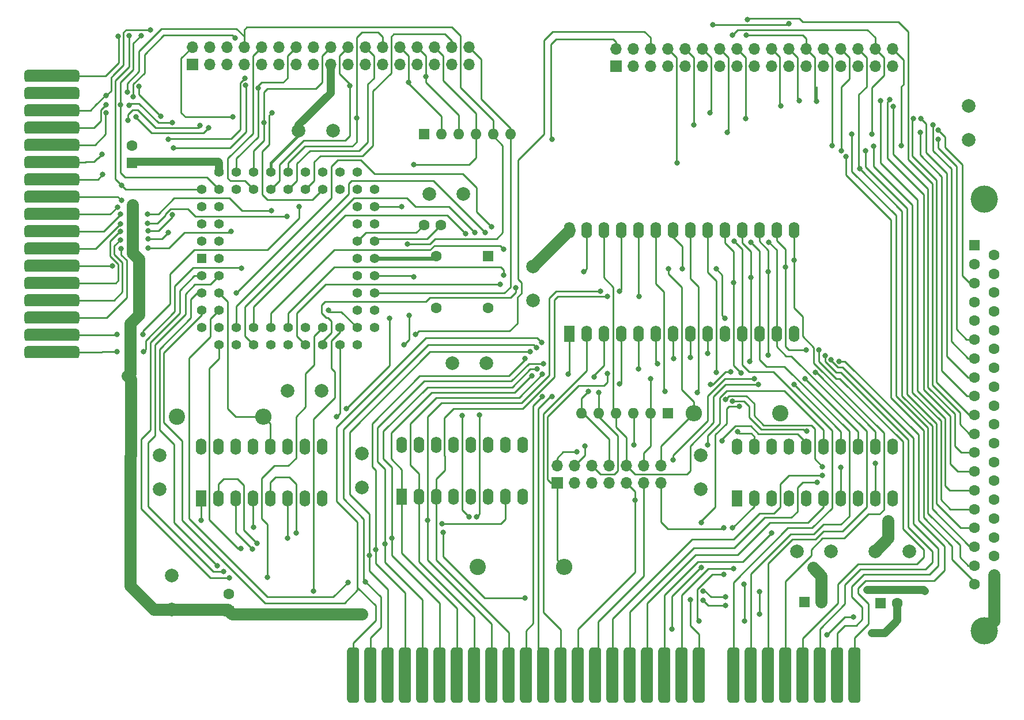
<source format=gtl>
%TF.GenerationSoftware,KiCad,Pcbnew,7.0.10*%
%TF.CreationDate,2025-04-22T11:17:33+12:00*%
%TF.ProjectId,isa_monster_fdc,6973615f-6d6f-46e7-9374-65725f666463,1.0*%
%TF.SameCoordinates,Original*%
%TF.FileFunction,Copper,L1,Top*%
%TF.FilePolarity,Positive*%
%FSLAX46Y46*%
G04 Gerber Fmt 4.6, Leading zero omitted, Abs format (unit mm)*
G04 Created by KiCad (PCBNEW 7.0.10) date 2025-04-22 11:17:33*
%MOMM*%
%LPD*%
G01*
G04 APERTURE LIST*
G04 Aperture macros list*
%AMRoundRect*
0 Rectangle with rounded corners*
0 $1 Rounding radius*
0 $2 $3 $4 $5 $6 $7 $8 $9 X,Y pos of 4 corners*
0 Add a 4 corners polygon primitive as box body*
4,1,4,$2,$3,$4,$5,$6,$7,$8,$9,$2,$3,0*
0 Add four circle primitives for the rounded corners*
1,1,$1+$1,$2,$3*
1,1,$1+$1,$4,$5*
1,1,$1+$1,$6,$7*
1,1,$1+$1,$8,$9*
0 Add four rect primitives between the rounded corners*
20,1,$1+$1,$2,$3,$4,$5,0*
20,1,$1+$1,$4,$5,$6,$7,0*
20,1,$1+$1,$6,$7,$8,$9,0*
20,1,$1+$1,$8,$9,$2,$3,0*%
G04 Aperture macros list end*
%TA.AperFunction,ConnectorPad*%
%ADD10RoundRect,0.444500X-0.444500X-3.619500X0.444500X-3.619500X0.444500X3.619500X-0.444500X3.619500X0*%
%TD*%
%TA.AperFunction,ComponentPad*%
%ADD11C,2.000000*%
%TD*%
%TA.AperFunction,ComponentPad*%
%ADD12R,1.600000X1.600000*%
%TD*%
%TA.AperFunction,ComponentPad*%
%ADD13C,1.600000*%
%TD*%
%TA.AperFunction,ComponentPad*%
%ADD14O,1.600000X1.600000*%
%TD*%
%TA.AperFunction,ComponentPad*%
%ADD15C,2.400000*%
%TD*%
%TA.AperFunction,ComponentPad*%
%ADD16O,2.400000X2.400000*%
%TD*%
%TA.AperFunction,ComponentPad*%
%ADD17R,1.600000X2.400000*%
%TD*%
%TA.AperFunction,ComponentPad*%
%ADD18O,1.600000X2.400000*%
%TD*%
%TA.AperFunction,ComponentPad*%
%ADD19C,4.000000*%
%TD*%
%TA.AperFunction,ComponentPad*%
%ADD20R,1.700000X1.700000*%
%TD*%
%TA.AperFunction,ComponentPad*%
%ADD21O,1.700000X1.700000*%
%TD*%
%TA.AperFunction,ComponentPad*%
%ADD22R,1.422400X1.422400*%
%TD*%
%TA.AperFunction,ComponentPad*%
%ADD23C,1.422400*%
%TD*%
%TA.AperFunction,ConnectorPad*%
%ADD24RoundRect,0.444500X-3.619500X0.444500X-3.619500X-0.444500X3.619500X-0.444500X3.619500X0.444500X0*%
%TD*%
%TA.AperFunction,ViaPad*%
%ADD25C,0.800000*%
%TD*%
%TA.AperFunction,ViaPad*%
%ADD26C,1.000000*%
%TD*%
%TA.AperFunction,Conductor*%
%ADD27C,0.275000*%
%TD*%
%TA.AperFunction,Conductor*%
%ADD28C,1.750000*%
%TD*%
%TA.AperFunction,Conductor*%
%ADD29C,0.400000*%
%TD*%
%TA.AperFunction,Conductor*%
%ADD30C,1.200000*%
%TD*%
%TA.AperFunction,Conductor*%
%ADD31C,0.600000*%
%TD*%
G04 APERTURE END LIST*
D10*
%TO.P,BUS1,33,SD7*%
%TO.N,/D7*%
X182880000Y-145732500D03*
%TO.P,BUS1,34,SD6*%
%TO.N,/D6*%
X180340000Y-145732500D03*
%TO.P,BUS1,35,SD5*%
%TO.N,/D5*%
X177800000Y-145732500D03*
%TO.P,BUS1,36,SD4*%
%TO.N,/D4*%
X175260000Y-145732500D03*
%TO.P,BUS1,37,SD3*%
%TO.N,/D3*%
X172720000Y-145732500D03*
%TO.P,BUS1,38,SD2*%
%TO.N,/D2*%
X170180000Y-145732500D03*
%TO.P,BUS1,39,SD1*%
%TO.N,/D1*%
X167640000Y-145732500D03*
%TO.P,BUS1,40,SD0*%
%TO.N,/D0*%
X165100000Y-145732500D03*
%TO.P,BUS1,42,AEN*%
%TO.N,/AEN*%
X160020000Y-145732500D03*
%TO.P,BUS1,43,SA19*%
%TO.N,/A19*%
X157480000Y-145732500D03*
%TO.P,BUS1,44,SA18*%
%TO.N,/A18*%
X154940000Y-145732500D03*
%TO.P,BUS1,45,SA17*%
%TO.N,/A17*%
X152400000Y-145732500D03*
%TO.P,BUS1,46,SA16*%
%TO.N,/A16*%
X149860000Y-145732500D03*
%TO.P,BUS1,47,SA15*%
%TO.N,/A15*%
X147320000Y-145732500D03*
%TO.P,BUS1,48,SA14*%
%TO.N,/A14*%
X144780000Y-145732500D03*
%TO.P,BUS1,49,SA13*%
%TO.N,/A13*%
X142240000Y-145732500D03*
%TO.P,BUS1,50,SA12*%
%TO.N,/A12*%
X139700000Y-145732500D03*
%TO.P,BUS1,51,SA11*%
%TO.N,/A11*%
X137160000Y-145732500D03*
%TO.P,BUS1,52,SA10*%
%TO.N,/A10*%
X134620000Y-145732500D03*
%TO.P,BUS1,53,SA9*%
%TO.N,/A9*%
X132080000Y-145732500D03*
%TO.P,BUS1,54,SA8*%
%TO.N,/A8*%
X129540000Y-145732500D03*
%TO.P,BUS1,55,SA7*%
%TO.N,/A7*%
X127000000Y-145732500D03*
%TO.P,BUS1,56,SA6*%
%TO.N,/A6*%
X124460000Y-145732500D03*
%TO.P,BUS1,57,SA5*%
%TO.N,/A5*%
X121920000Y-145732500D03*
%TO.P,BUS1,58,SA4*%
%TO.N,/A4*%
X119380000Y-145732500D03*
%TO.P,BUS1,59,SA3*%
%TO.N,/A3*%
X116840000Y-145732500D03*
%TO.P,BUS1,60,SA2*%
%TO.N,/A2*%
X114300000Y-145732500D03*
%TO.P,BUS1,61,SA1*%
%TO.N,/A1*%
X111760000Y-145732500D03*
%TO.P,BUS1,62,SA0*%
%TO.N,/A0*%
X109220000Y-145732500D03*
%TD*%
D11*
%TO.P,C7,1*%
%TO.N,VCC*%
X135636000Y-85638000D03*
%TO.P,C7,2*%
%TO.N,GND*%
X135636000Y-90638000D03*
%TD*%
%TO.P,C4,1*%
%TO.N,VCC*%
X160274000Y-113411000D03*
%TO.P,C4,2*%
%TO.N,GND*%
X160274000Y-118411000D03*
%TD*%
D12*
%TO.P,C13,1*%
%TO.N,VCC*%
X186690000Y-135128000D03*
D13*
%TO.P,C13,2*%
%TO.N,GND*%
X189190000Y-135128000D03*
%TD*%
D12*
%TO.P,RN1,1,common*%
%TO.N,VCC*%
X119634000Y-66167000D03*
D14*
%TO.P,RN1,2,R1*%
%TO.N,/TRK0_1*%
X122174000Y-66167000D03*
%TO.P,RN1,3,R2*%
%TO.N,/WP1*%
X124714000Y-66167000D03*
%TO.P,RN1,4,R3*%
%TO.N,/RDATA1*%
X127254000Y-66167000D03*
%TO.P,RN1,5,R4*%
%TO.N,/INDEX1*%
X129794000Y-66167000D03*
%TO.P,RN1,6,R5*%
%TO.N,/DSKCG1*%
X132334000Y-66167000D03*
%TD*%
D15*
%TO.P,R2,1*%
%TO.N,VCC*%
X127508000Y-129794000D03*
D16*
%TO.P,R2,2*%
%TO.N,Net-(JP3-Pin_1)*%
X140208000Y-129794000D03*
%TD*%
D17*
%TO.P,U4,1,G*%
%TO.N,GND*%
X165613000Y-119721000D03*
D18*
%TO.P,U4,2,P0*%
%TO.N,/A19*%
X168153000Y-119721000D03*
%TO.P,U4,3,R0*%
%TO.N,VCC*%
X170693000Y-119721000D03*
%TO.P,U4,4,P1*%
%TO.N,/A18*%
X173233000Y-119721000D03*
%TO.P,U4,5,R1*%
%TO.N,VCC*%
X175773000Y-119721000D03*
%TO.P,U4,6,P2*%
%TO.N,/A17*%
X178313000Y-119721000D03*
%TO.P,U4,7,R2*%
%TO.N,Net-(JP3-Pin_4)*%
X180853000Y-119721000D03*
%TO.P,U4,8,P3*%
%TO.N,/A16*%
X183393000Y-119721000D03*
%TO.P,U4,9,R3*%
%TO.N,Net-(JP3-Pin_6)*%
X185933000Y-119721000D03*
%TO.P,U4,10,GND*%
%TO.N,GND*%
X188473000Y-119721000D03*
%TO.P,U4,11,P4*%
%TO.N,/A15*%
X188473000Y-112101000D03*
%TO.P,U4,12,R4*%
%TO.N,Net-(JP3-Pin_8)*%
X185933000Y-112101000D03*
%TO.P,U4,13,P5*%
%TO.N,/A13*%
X183393000Y-112101000D03*
%TO.P,U4,14,R5*%
%TO.N,/ROM_A13*%
X180853000Y-112101000D03*
%TO.P,U4,15,P6*%
%TO.N,/A14*%
X178313000Y-112101000D03*
%TO.P,U4,16,R6*%
%TO.N,/ROM_A14*%
X175773000Y-112101000D03*
%TO.P,U4,17,P7*%
%TO.N,GND*%
X173233000Y-112101000D03*
%TO.P,U4,18,R7*%
X170693000Y-112101000D03*
%TO.P,U4,19,P=R*%
%TO.N,/~{ROM_CSI}*%
X168153000Y-112101000D03*
%TO.P,U4,20,VCC*%
%TO.N,VCC*%
X165613000Y-112101000D03*
%TD*%
D11*
%TO.P,C16,1*%
%TO.N,+12V*%
X179411000Y-127508000D03*
%TO.P,C16,2*%
%TO.N,GND*%
X174411000Y-127508000D03*
%TD*%
%TO.P,C10,1*%
%TO.N,Net-(JP2-B)*%
X199644000Y-66976000D03*
%TO.P,C10,2*%
%TO.N,GND*%
X199644000Y-61976000D03*
%TD*%
%TO.P,C5,1*%
%TO.N,VCC*%
X99608000Y-103886000D03*
%TO.P,C5,2*%
%TO.N,GND*%
X104608000Y-103886000D03*
%TD*%
D19*
%TO.P,J3,0,PAD*%
%TO.N,GND*%
X201953000Y-139192000D03*
X201953000Y-75692000D03*
D12*
%TO.P,J3,1,1*%
%TO.N,Net-(JP1-B)*%
X200533000Y-82512000D03*
D13*
%TO.P,J3,2,2*%
%TO.N,Net-(JP2-B)*%
X200533000Y-85282000D03*
%TO.P,J3,3,3*%
%TO.N,/DENSL1*%
X200533000Y-88052000D03*
%TO.P,J3,4,4*%
%TO.N,unconnected-(J3-Pad4)*%
X200533000Y-90822000D03*
%TO.P,J3,5,5*%
%TO.N,unconnected-(J3-Pad5)*%
X200533000Y-93592000D03*
%TO.P,J3,6,6*%
%TO.N,/INDEX1*%
X200533000Y-96362000D03*
%TO.P,J3,7,7*%
%TO.N,/ME_C*%
X200533000Y-99132000D03*
%TO.P,J3,8,8*%
%TO.N,/DS_D*%
X200533000Y-101902000D03*
%TO.P,J3,9,9*%
%TO.N,/DS_C*%
X200533000Y-104672000D03*
%TO.P,J3,10,10*%
%TO.N,/ME_D*%
X200533000Y-107442000D03*
%TO.P,J3,11,11*%
%TO.N,/DIR1*%
X200533000Y-110212000D03*
%TO.P,J3,12,12*%
%TO.N,/STEP1*%
X200533000Y-112982000D03*
%TO.P,J3,13,13*%
%TO.N,/WDATA1*%
X200533000Y-115752000D03*
%TO.P,J3,14,14*%
%TO.N,/WE1*%
X200533000Y-118522000D03*
%TO.P,J3,15,15*%
%TO.N,/TRK0_1*%
X200533000Y-121292000D03*
%TO.P,J3,16,16*%
%TO.N,/WP1*%
X200533000Y-124062000D03*
%TO.P,J3,17,17*%
%TO.N,/RDATA1*%
X200533000Y-126832000D03*
%TO.P,J3,18,18*%
%TO.N,/HDSEL1*%
X200533000Y-129602000D03*
%TO.P,J3,19,19*%
%TO.N,/DSKCG1*%
X200533000Y-132372000D03*
%TO.P,J3,20,20*%
%TO.N,GND*%
X203373000Y-83897000D03*
%TO.P,J3,21,21*%
X203373000Y-86667000D03*
%TO.P,J3,22,22*%
X203373000Y-89437000D03*
%TO.P,J3,23,23*%
X203373000Y-92207000D03*
%TO.P,J3,24,24*%
X203373000Y-94977000D03*
%TO.P,J3,25,25*%
X203373000Y-97747000D03*
%TO.P,J3,26,26*%
X203373000Y-100517000D03*
%TO.P,J3,27,27*%
X203373000Y-103287000D03*
%TO.P,J3,28,28*%
X203373000Y-106057000D03*
%TO.P,J3,29,29*%
X203373000Y-108827000D03*
%TO.P,J3,30,30*%
X203373000Y-111597000D03*
%TO.P,J3,31,31*%
X203373000Y-114367000D03*
%TO.P,J3,32,32*%
X203373000Y-117137000D03*
%TO.P,J3,33,33*%
X203373000Y-119907000D03*
%TO.P,J3,34,34*%
X203373000Y-122677000D03*
%TO.P,J3,35,35*%
X203373000Y-125447000D03*
%TO.P,J3,36,36*%
X203373000Y-128217000D03*
%TO.P,J3,37,37*%
X203373000Y-130987000D03*
%TD*%
D11*
%TO.P,C2,1*%
%TO.N,VCC*%
X80772000Y-113411000D03*
%TO.P,C2,2*%
%TO.N,GND*%
X80772000Y-118411000D03*
%TD*%
D17*
%TO.P,U3,1,A0*%
%TO.N,/A8*%
X86868000Y-119721000D03*
D18*
%TO.P,U3,2,A1*%
%TO.N,/A4*%
X89408000Y-119721000D03*
%TO.P,U3,3,A2*%
%TO.N,/A3*%
X91948000Y-119721000D03*
%TO.P,U3,4,E1*%
%TO.N,Net-(U2-O7)*%
X94488000Y-119721000D03*
%TO.P,U3,5,E2*%
%TO.N,/AEN*%
X97028000Y-119721000D03*
%TO.P,U3,6,E3*%
%TO.N,/A5*%
X99568000Y-119721000D03*
%TO.P,U3,7,O7*%
%TO.N,unconnected-(U3-O7-Pad7)*%
X102108000Y-119721000D03*
%TO.P,U3,8,GND*%
%TO.N,GND*%
X104648000Y-119721000D03*
%TO.P,U3,9,O6*%
%TO.N,unconnected-(U3-O6-Pad9)*%
X104648000Y-112101000D03*
%TO.P,U3,10,O5*%
%TO.N,unconnected-(U3-O5-Pad10)*%
X102108000Y-112101000D03*
%TO.P,U3,11,O4*%
%TO.N,unconnected-(U3-O4-Pad11)*%
X99568000Y-112101000D03*
%TO.P,U3,12,O3*%
%TO.N,/~{0x3F0}*%
X97028000Y-112101000D03*
%TO.P,U3,13,O2*%
%TO.N,unconnected-(U3-O2-Pad13)*%
X94488000Y-112101000D03*
%TO.P,U3,14,O1*%
%TO.N,unconnected-(U3-O1-Pad14)*%
X91948000Y-112101000D03*
%TO.P,U3,15,O0*%
%TO.N,unconnected-(U3-O0-Pad15)*%
X89408000Y-112101000D03*
%TO.P,U3,16,VCC*%
%TO.N,VCC*%
X86868000Y-112101000D03*
%TD*%
D12*
%TO.P,RN2,1,common*%
%TO.N,GND*%
X155448000Y-107188000D03*
D14*
%TO.P,RN2,2,R1*%
%TO.N,/ROM_A14*%
X152908000Y-107188000D03*
%TO.P,RN2,3,R2*%
%TO.N,Net-(JP3-Pin_4)*%
X150368000Y-107188000D03*
%TO.P,RN2,4,R3*%
%TO.N,/ROM_A13*%
X147828000Y-107188000D03*
%TO.P,RN2,5,R4*%
%TO.N,Net-(JP3-Pin_6)*%
X145288000Y-107188000D03*
%TO.P,RN2,6,R5*%
%TO.N,Net-(JP3-Pin_8)*%
X142748000Y-107188000D03*
%TD*%
D13*
%TO.P,C1,1*%
%TO.N,Net-(U1-HIFIL)*%
X119654000Y-79502000D03*
%TO.P,C1,2*%
%TO.N,Net-(U1-LOFIL)*%
X122154000Y-79502000D03*
%TD*%
D11*
%TO.P,C6,1*%
%TO.N,VCC*%
X106248200Y-65633600D03*
%TO.P,C6,2*%
%TO.N,GND*%
X101248200Y-65633600D03*
%TD*%
D20*
%TO.P,J1,1,Pin_1*%
%TO.N,GND*%
X85598000Y-55880000D03*
D21*
%TO.P,J1,2,Pin_2*%
%TO.N,/DENSL1*%
X85598000Y-53340000D03*
%TO.P,J1,3,Pin_3*%
%TO.N,unconnected-(J1-Pin_3-Pad3)*%
X88138000Y-55880000D03*
%TO.P,J1,4,Pin_4*%
%TO.N,unconnected-(J1-Pin_4-Pad4)*%
X88138000Y-53340000D03*
%TO.P,J1,5,Pin_5*%
%TO.N,GND*%
X90678000Y-55880000D03*
%TO.P,J1,6,Pin_6*%
%TO.N,/DRATE1*%
X90678000Y-53340000D03*
%TO.P,J1,7,Pin_7*%
%TO.N,GND*%
X93218000Y-55880000D03*
%TO.P,J1,8,Pin_8*%
%TO.N,/INDEX1*%
X93218000Y-53340000D03*
%TO.P,J1,9,Pin_9*%
%TO.N,GND*%
X95758000Y-55880000D03*
%TO.P,J1,10,Pin_10*%
%TO.N,/ME_A*%
X95758000Y-53340000D03*
%TO.P,J1,11,Pin_11*%
%TO.N,GND*%
X98298000Y-55880000D03*
%TO.P,J1,12,Pin_12*%
%TO.N,/DS_B*%
X98298000Y-53340000D03*
%TO.P,J1,13,Pin_13*%
%TO.N,GND*%
X100838000Y-55880000D03*
%TO.P,J1,14,Pin_14*%
%TO.N,/DS_A*%
X100838000Y-53340000D03*
%TO.P,J1,15,Pin_15*%
%TO.N,GND*%
X103378000Y-55880000D03*
%TO.P,J1,16,Pin_16*%
%TO.N,/ME_B*%
X103378000Y-53340000D03*
%TO.P,J1,17,Pin_17*%
%TO.N,GND*%
X105918000Y-55880000D03*
%TO.P,J1,18,Pin_18*%
%TO.N,/DIR1*%
X105918000Y-53340000D03*
%TO.P,J1,19,Pin_19*%
%TO.N,GND*%
X108458000Y-55880000D03*
%TO.P,J1,20,Pin_20*%
%TO.N,/STEP1*%
X108458000Y-53340000D03*
%TO.P,J1,21,Pin_21*%
%TO.N,GND*%
X110998000Y-55880000D03*
%TO.P,J1,22,Pin_22*%
%TO.N,/WDATA1*%
X110998000Y-53340000D03*
%TO.P,J1,23,Pin_23*%
%TO.N,GND*%
X113538000Y-55880000D03*
%TO.P,J1,24,Pin_24*%
%TO.N,/WE1*%
X113538000Y-53340000D03*
%TO.P,J1,25,Pin_25*%
%TO.N,GND*%
X116078000Y-55880000D03*
%TO.P,J1,26,Pin_26*%
%TO.N,/TRK0_1*%
X116078000Y-53340000D03*
%TO.P,J1,27,Pin_27*%
%TO.N,GND*%
X118618000Y-55880000D03*
%TO.P,J1,28,Pin_28*%
%TO.N,/WP1*%
X118618000Y-53340000D03*
%TO.P,J1,29,Pin_29*%
%TO.N,GND*%
X121158000Y-55880000D03*
%TO.P,J1,30,Pin_30*%
%TO.N,/RDATA1*%
X121158000Y-53340000D03*
%TO.P,J1,31,Pin_31*%
%TO.N,GND*%
X123698000Y-55880000D03*
%TO.P,J1,32,Pin_32*%
%TO.N,/HDSEL1*%
X123698000Y-53340000D03*
%TO.P,J1,33,Pin_33*%
%TO.N,GND*%
X126238000Y-55880000D03*
%TO.P,J1,34,Pin_34*%
%TO.N,/DSKCG1*%
X126238000Y-53340000D03*
%TD*%
D11*
%TO.P,C11,1*%
%TO.N,VCC*%
X82550000Y-136104000D03*
%TO.P,C11,2*%
%TO.N,GND*%
X82550000Y-131104000D03*
%TD*%
D20*
%TO.P,JP3,1,Pin_1*%
%TO.N,Net-(JP3-Pin_1)*%
X139192000Y-117435000D03*
D21*
%TO.P,JP3,2,Pin_2*%
%TO.N,/~{ROM_CSI}*%
X139192000Y-114895000D03*
%TO.P,JP3,3,Pin_3*%
%TO.N,VCC*%
X141732000Y-117435000D03*
%TO.P,JP3,4,Pin_4*%
%TO.N,Net-(JP3-Pin_4)*%
X141732000Y-114895000D03*
%TO.P,JP3,5,Pin_5*%
%TO.N,VCC*%
X144272000Y-117435000D03*
%TO.P,JP3,6,Pin_6*%
%TO.N,Net-(JP3-Pin_6)*%
X144272000Y-114895000D03*
%TO.P,JP3,7,Pin_7*%
%TO.N,VCC*%
X146812000Y-117435000D03*
%TO.P,JP3,8,Pin_8*%
%TO.N,Net-(JP3-Pin_8)*%
X146812000Y-114895000D03*
%TO.P,JP3,9,Pin_9*%
%TO.N,/A13*%
X149352000Y-117435000D03*
%TO.P,JP3,10,Pin_10*%
%TO.N,/ROM_A13*%
X149352000Y-114895000D03*
%TO.P,JP3,11,Pin_11*%
%TO.N,/A14*%
X151892000Y-117435000D03*
%TO.P,JP3,12,Pin_12*%
%TO.N,/ROM_A14*%
X151892000Y-114895000D03*
%TO.P,JP3,13,Pin_13*%
%TO.N,/~{MEMW}*%
X154432000Y-117435000D03*
%TO.P,JP3,14,Pin_14*%
%TO.N,Net-(JP3-Pin_14)*%
X154432000Y-114895000D03*
%TD*%
D17*
%TO.P,U2,1,A0*%
%TO.N,/A6*%
X116347000Y-119467000D03*
D18*
%TO.P,U2,2,A1*%
%TO.N,/A7*%
X118887000Y-119467000D03*
%TO.P,U2,3,A2*%
%TO.N,/A9*%
X121427000Y-119467000D03*
%TO.P,U2,4,E1*%
%TO.N,GND*%
X123967000Y-119467000D03*
%TO.P,U2,5,E2*%
X126507000Y-119467000D03*
%TO.P,U2,6,E3*%
%TO.N,VCC*%
X129047000Y-119467000D03*
%TO.P,U2,7,O7*%
%TO.N,Net-(U2-O7)*%
X131587000Y-119467000D03*
%TO.P,U2,8,GND*%
%TO.N,GND*%
X134127000Y-119467000D03*
%TO.P,U2,9,O6*%
%TO.N,unconnected-(U2-O6-Pad9)*%
X134127000Y-111847000D03*
%TO.P,U2,10,O5*%
%TO.N,unconnected-(U2-O5-Pad10)*%
X131587000Y-111847000D03*
%TO.P,U2,11,O4*%
%TO.N,unconnected-(U2-O4-Pad11)*%
X129047000Y-111847000D03*
%TO.P,U2,12,O3*%
%TO.N,unconnected-(U2-O3-Pad12)*%
X126507000Y-111847000D03*
%TO.P,U2,13,O2*%
%TO.N,unconnected-(U2-O2-Pad13)*%
X123967000Y-111847000D03*
%TO.P,U2,14,O1*%
%TO.N,unconnected-(U2-O1-Pad14)*%
X121427000Y-111847000D03*
%TO.P,U2,15,O0*%
%TO.N,unconnected-(U2-O0-Pad15)*%
X118887000Y-111847000D03*
%TO.P,U2,16,VCC*%
%TO.N,VCC*%
X116347000Y-111847000D03*
%TD*%
D11*
%TO.P,C9,1*%
%TO.N,VCC*%
X123825000Y-99822000D03*
%TO.P,C9,2*%
%TO.N,GND*%
X128825000Y-99822000D03*
%TD*%
%TO.P,C8,1*%
%TO.N,VCC*%
X120436000Y-74930000D03*
%TO.P,C8,2*%
%TO.N,GND*%
X125436000Y-74930000D03*
%TD*%
%TO.P,C12,1*%
%TO.N,VCC*%
X185928000Y-127508000D03*
%TO.P,C12,2*%
%TO.N,GND*%
X190928000Y-127508000D03*
%TD*%
%TO.P,C3,1*%
%TO.N,VCC*%
X110490000Y-113157000D03*
%TO.P,C3,2*%
%TO.N,GND*%
X110490000Y-118157000D03*
%TD*%
D22*
%TO.P,U1,1,WP*%
%TO.N,/WP1*%
X86995000Y-84455000D03*
D23*
%TO.P,U1,2,TRK0*%
%TO.N,/TRK0_1*%
X89535000Y-84455000D03*
%TO.P,U1,3,~{DACK}*%
%TO.N,/~{DACK2}*%
X86995000Y-86995000D03*
%TO.P,U1,4,~{RD}*%
%TO.N,/~{IOR}*%
X89535000Y-86995000D03*
%TO.P,U1,5,~{WR}*%
%TO.N,/~{IOW}*%
X86995000Y-89535000D03*
%TO.P,U1,6,CS*%
%TO.N,/~{0x3F0}*%
X89535000Y-89535000D03*
%TO.P,U1,7,A0*%
%TO.N,/A0*%
X86995000Y-92075000D03*
%TO.P,U1,8,A1*%
%TO.N,/A1*%
X89535000Y-92075000D03*
%TO.P,U1,9,GND*%
%TO.N,GND*%
X86995000Y-94615000D03*
%TO.P,U1,10,A2*%
%TO.N,/A2*%
X89535000Y-97155000D03*
%TO.P,U1,11,DB0*%
%TO.N,/D0*%
X89535000Y-94615000D03*
%TO.P,U1,12,GND*%
%TO.N,GND*%
X92075000Y-97155000D03*
%TO.P,U1,13,DB1*%
%TO.N,/D1*%
X92075000Y-94615000D03*
%TO.P,U1,14,DB2*%
%TO.N,/D2*%
X94615000Y-97155000D03*
%TO.P,U1,15,DB3*%
%TO.N,/D3*%
X94615000Y-94615000D03*
%TO.P,U1,16,GND*%
%TO.N,GND*%
X97155000Y-97155000D03*
%TO.P,U1,17,DB4*%
%TO.N,/D4*%
X97155000Y-94615000D03*
%TO.P,U1,18,VCC*%
%TO.N,VCC*%
X99695000Y-97155000D03*
%TO.P,U1,19,DB5*%
%TO.N,/D5*%
X99695000Y-94615000D03*
%TO.P,U1,20,DB6*%
%TO.N,/D6*%
X102235000Y-97155000D03*
%TO.P,U1,21,GND*%
%TO.N,GND*%
X102235000Y-94615000D03*
%TO.P,U1,22,DB7*%
%TO.N,/D7*%
X104775000Y-97155000D03*
%TO.P,U1,23,INT*%
%TO.N,/IRQ6*%
X104775000Y-94615000D03*
%TO.P,U1,24,DRQ*%
%TO.N,/DRQ2*%
X107315000Y-97155000D03*
%TO.P,U1,25,TC*%
%TO.N,/TC*%
X107315000Y-94615000D03*
%TO.P,U1,26,INDX*%
%TO.N,/INDEX1*%
X109855000Y-97155000D03*
%TO.P,U1,27,IDENT*%
%TO.N,VCC*%
X112395000Y-94615000D03*
%TO.P,U1,28,DRATE0*%
%TO.N,/DRATE1*%
X109855000Y-94615000D03*
%TO.P,U1,29,DRATE1*%
%TO.N,unconnected-(U1-DRATE1-Pad29)*%
X112395000Y-92075000D03*
%TO.P,U1,30,DRV2*%
%TO.N,GND*%
X109855000Y-92075000D03*
%TO.P,U1,31,DSKCHG*%
%TO.N,/DSKCG1*%
X112395000Y-89535000D03*
%TO.P,U1,32,RESET*%
%TO.N,/RESETDRV*%
X109855000Y-89535000D03*
%TO.P,U1,33,X1*%
%TO.N,/FDC_CLK*%
X112395000Y-86995000D03*
%TO.P,U1,34,X2*%
%TO.N,unconnected-(U1-X2-Pad34)*%
X109855000Y-86995000D03*
%TO.P,U1,35,~{INVERT}*%
%TO.N,GND*%
X112395000Y-84455000D03*
%TO.P,U1,36,GND*%
X109855000Y-84455000D03*
%TO.P,U1,37,LOFIL*%
%TO.N,Net-(U1-LOFIL)*%
X112395000Y-81915000D03*
%TO.P,U1,38,HIFIL*%
%TO.N,Net-(U1-HIFIL)*%
X109855000Y-81915000D03*
%TO.P,U1,39,PLL0*%
%TO.N,VCC*%
X112395000Y-79375000D03*
%TO.P,U1,40,VCC*%
X109855000Y-79375000D03*
%TO.P,U1,41,RDDATA*%
%TO.N,/RDATA1*%
X112395000Y-76835000D03*
%TO.P,U1,42,NC*%
%TO.N,unconnected-(U1-NC-Pad42)*%
X109855000Y-76835000D03*
%TO.P,U1,43,NC*%
%TO.N,unconnected-(U1-NC-Pad43)*%
X112395000Y-74295000D03*
%TO.P,U1,44,NC*%
%TO.N,unconnected-(U1-NC-Pad44)*%
X109855000Y-71755000D03*
%TO.P,U1,45,AVSS*%
%TO.N,GND*%
X109855000Y-74295000D03*
%TO.P,U1,46,AVCC*%
%TO.N,VCC*%
X107315000Y-71755000D03*
%TO.P,U1,47,NC*%
%TO.N,unconnected-(U1-NC-Pad47)*%
X107315000Y-74295000D03*
%TO.P,U1,48,MFM*%
%TO.N,unconnected-(U1-MFM-Pad48)*%
X104775000Y-71755000D03*
%TO.P,U1,49,DENSEL*%
%TO.N,/DENSL1*%
X104775000Y-74295000D03*
%TO.P,U1,50,GND*%
%TO.N,GND*%
X102235000Y-71755000D03*
%TO.P,U1,51,HDSEL*%
%TO.N,/HDSEL1*%
X102235000Y-74295000D03*
%TO.P,U1,52,WE*%
%TO.N,/WE1*%
X99695000Y-71755000D03*
%TO.P,U1,53,WRDATA*%
%TO.N,/WDATA1*%
X99695000Y-74295000D03*
%TO.P,U1,54,GND*%
%TO.N,GND*%
X97155000Y-71755000D03*
%TO.P,U1,55,STEP*%
%TO.N,/STEP1*%
X97155000Y-74295000D03*
%TO.P,U1,56,DIR*%
%TO.N,/DIR1*%
X94615000Y-71755000D03*
%TO.P,U1,57,ME0*%
%TO.N,/ME_A*%
X94615000Y-74295000D03*
%TO.P,U1,58,DS0*%
%TO.N,/DS_A*%
X92075000Y-71755000D03*
%TO.P,U1,59,GND*%
%TO.N,GND*%
X92075000Y-74295000D03*
%TO.P,U1,60,VCC*%
%TO.N,VCC*%
X89535000Y-71755000D03*
%TO.P,U1,61,ME1*%
%TO.N,/ME_B*%
X86995000Y-74295000D03*
%TO.P,U1,62,DS1*%
%TO.N,/DS_B*%
X89535000Y-74295000D03*
%TO.P,U1,63,ME2*%
%TO.N,/ME_C*%
X86995000Y-76835000D03*
%TO.P,U1,64,DS2*%
%TO.N,/DS_C*%
X89535000Y-76835000D03*
%TO.P,U1,65,GND*%
%TO.N,GND*%
X86995000Y-79375000D03*
%TO.P,U1,66,ME3*%
%TO.N,/ME_D*%
X89535000Y-79375000D03*
%TO.P,U1,67,DS3*%
%TO.N,/DS_D*%
X86995000Y-81915000D03*
%TO.P,U1,68,VCC*%
%TO.N,VCC*%
X89535000Y-81915000D03*
%TD*%
D12*
%TO.P,C15,1*%
%TO.N,VCC*%
X90932000Y-136280651D03*
D13*
%TO.P,C15,2*%
%TO.N,GND*%
X90932000Y-133780651D03*
%TD*%
D12*
%TO.P,C17,1*%
%TO.N,+12V*%
X175504349Y-135001000D03*
D13*
%TO.P,C17,2*%
%TO.N,GND*%
X178004349Y-135001000D03*
%TD*%
D12*
%TO.P,C14,1*%
%TO.N,VCC*%
X76708000Y-70358000D03*
D13*
%TO.P,C14,2*%
%TO.N,GND*%
X76708000Y-67858000D03*
%TD*%
D24*
%TO.P,J4,2,Pin_2*%
%TO.N,/DENSL1*%
X64996200Y-57541000D03*
%TO.P,J4,4,Pin_4*%
%TO.N,unconnected-(J1-Pin_4-Pad4)*%
X64996200Y-60081000D03*
%TO.P,J4,6,Pin_6*%
%TO.N,/DRATE1*%
X64996200Y-62621000D03*
%TO.P,J4,8,Pin_8*%
%TO.N,/INDEX1*%
X64996200Y-65161000D03*
%TO.P,J4,10,Pin_10*%
%TO.N,/ME_A*%
X64996200Y-67701000D03*
%TO.P,J4,12,Pin_12*%
%TO.N,/DS_B*%
X64996200Y-70241000D03*
%TO.P,J4,14,Pin_14*%
%TO.N,/DS_A*%
X64996200Y-72781000D03*
%TO.P,J4,16,Pin_16*%
%TO.N,/ME_B*%
X64996200Y-75321000D03*
%TO.P,J4,18,Pin_18*%
%TO.N,/DIR1*%
X64996200Y-77861000D03*
%TO.P,J4,20,Pin_20*%
%TO.N,/STEP1*%
X64996200Y-80401000D03*
%TO.P,J4,22,Pin_22*%
%TO.N,/WDATA1*%
X64996200Y-82941000D03*
%TO.P,J4,24,Pin_24*%
%TO.N,/WE1*%
X64996200Y-85481000D03*
%TO.P,J4,26,Pin_26*%
%TO.N,/TRK0_1*%
X64996200Y-88021000D03*
%TO.P,J4,28,Pin_28*%
%TO.N,/WP1*%
X64996200Y-90561000D03*
%TO.P,J4,30,Pin_30*%
%TO.N,/RDATA1*%
X64996200Y-93101000D03*
%TO.P,J4,32,Pin_32*%
%TO.N,/HDSEL1*%
X64996200Y-95641000D03*
%TO.P,J4,34,Pin_34*%
%TO.N,/DSKCG1*%
X64996200Y-98181000D03*
%TD*%
D12*
%TO.P,X1,1,EN*%
%TO.N,unconnected-(X1-EN-Pad1)*%
X129032000Y-84074000D03*
D13*
%TO.P,X1,4,GND*%
%TO.N,GND*%
X121412000Y-84074000D03*
%TO.P,X1,5,OUT*%
%TO.N,/FDC_CLK*%
X121412000Y-91694000D03*
%TO.P,X1,8,Vcc*%
%TO.N,VCC*%
X129032000Y-91694000D03*
%TD*%
D15*
%TO.P,R1,1*%
%TO.N,VCC*%
X83312000Y-107696000D03*
D16*
%TO.P,R1,2*%
%TO.N,/~{0x3F0}*%
X96012000Y-107696000D03*
%TD*%
D20*
%TO.P,J2,1,Pin_1*%
%TO.N,GND*%
X147828000Y-56134000D03*
D21*
%TO.P,J2,2,Pin_2*%
%TO.N,/DENSL1*%
X147828000Y-53594000D03*
%TO.P,J2,3,Pin_3*%
%TO.N,unconnected-(J2-Pin_3-Pad3)*%
X150368000Y-56134000D03*
%TO.P,J2,4,Pin_4*%
%TO.N,unconnected-(J2-Pin_4-Pad4)*%
X150368000Y-53594000D03*
%TO.P,J2,5,Pin_5*%
%TO.N,GND*%
X152908000Y-56134000D03*
%TO.P,J2,6,Pin_6*%
%TO.N,/DRATE1*%
X152908000Y-53594000D03*
%TO.P,J2,7,Pin_7*%
%TO.N,GND*%
X155448000Y-56134000D03*
%TO.P,J2,8,Pin_8*%
%TO.N,/INDEX1*%
X155448000Y-53594000D03*
%TO.P,J2,9,Pin_9*%
%TO.N,GND*%
X157988000Y-56134000D03*
%TO.P,J2,10,Pin_10*%
%TO.N,/ME_C*%
X157988000Y-53594000D03*
%TO.P,J2,11,Pin_11*%
%TO.N,GND*%
X160528000Y-56134000D03*
%TO.P,J2,12,Pin_12*%
%TO.N,/DS_D*%
X160528000Y-53594000D03*
%TO.P,J2,13,Pin_13*%
%TO.N,GND*%
X163068000Y-56134000D03*
%TO.P,J2,14,Pin_14*%
%TO.N,/DS_C*%
X163068000Y-53594000D03*
%TO.P,J2,15,Pin_15*%
%TO.N,GND*%
X165608000Y-56134000D03*
%TO.P,J2,16,Pin_16*%
%TO.N,/ME_D*%
X165608000Y-53594000D03*
%TO.P,J2,17,Pin_17*%
%TO.N,GND*%
X168148000Y-56134000D03*
%TO.P,J2,18,Pin_18*%
%TO.N,/DIR1*%
X168148000Y-53594000D03*
%TO.P,J2,19,Pin_19*%
%TO.N,GND*%
X170688000Y-56134000D03*
%TO.P,J2,20,Pin_20*%
%TO.N,/STEP1*%
X170688000Y-53594000D03*
%TO.P,J2,21,Pin_21*%
%TO.N,GND*%
X173228000Y-56134000D03*
%TO.P,J2,22,Pin_22*%
%TO.N,/WDATA1*%
X173228000Y-53594000D03*
%TO.P,J2,23,Pin_23*%
%TO.N,GND*%
X175768000Y-56134000D03*
%TO.P,J2,24,Pin_24*%
%TO.N,/WE1*%
X175768000Y-53594000D03*
%TO.P,J2,25,Pin_25*%
%TO.N,GND*%
X178308000Y-56134000D03*
%TO.P,J2,26,Pin_26*%
%TO.N,/TRK0_1*%
X178308000Y-53594000D03*
%TO.P,J2,27,Pin_27*%
%TO.N,GND*%
X180848000Y-56134000D03*
%TO.P,J2,28,Pin_28*%
%TO.N,/WP1*%
X180848000Y-53594000D03*
%TO.P,J2,29,Pin_29*%
%TO.N,GND*%
X183388000Y-56134000D03*
%TO.P,J2,30,Pin_30*%
%TO.N,/RDATA1*%
X183388000Y-53594000D03*
%TO.P,J2,31,Pin_31*%
%TO.N,GND*%
X185928000Y-56134000D03*
%TO.P,J2,32,Pin_32*%
%TO.N,/HDSEL1*%
X185928000Y-53594000D03*
%TO.P,J2,33,Pin_33*%
%TO.N,GND*%
X188468000Y-56134000D03*
%TO.P,J2,34,Pin_34*%
%TO.N,/DSKCG1*%
X188468000Y-53594000D03*
%TD*%
D15*
%TO.P,R3,1*%
%TO.N,VCC*%
X171958000Y-107188000D03*
D16*
%TO.P,R3,2*%
%TO.N,Net-(JP3-Pin_14)*%
X159258000Y-107188000D03*
%TD*%
D17*
%TO.P,U5,1,A14*%
%TO.N,/ROM_A14*%
X140970000Y-95504000D03*
D18*
%TO.P,U5,2,A12*%
%TO.N,/A12*%
X143510000Y-95504000D03*
%TO.P,U5,3,A7*%
%TO.N,/A7*%
X146050000Y-95504000D03*
%TO.P,U5,4,A6*%
%TO.N,/A6*%
X148590000Y-95504000D03*
%TO.P,U5,5,A5*%
%TO.N,/A5*%
X151130000Y-95504000D03*
%TO.P,U5,6,A4*%
%TO.N,/A4*%
X153670000Y-95504000D03*
%TO.P,U5,7,A3*%
%TO.N,/A3*%
X156210000Y-95504000D03*
%TO.P,U5,8,A2*%
%TO.N,/A2*%
X158750000Y-95504000D03*
%TO.P,U5,9,A1*%
%TO.N,/A1*%
X161290000Y-95504000D03*
%TO.P,U5,10,A0*%
%TO.N,/A0*%
X163830000Y-95504000D03*
%TO.P,U5,11,DQ0*%
%TO.N,/D0*%
X166370000Y-95504000D03*
%TO.P,U5,12,DQ1*%
%TO.N,/D1*%
X168910000Y-95504000D03*
%TO.P,U5,13,DQ2*%
%TO.N,/D2*%
X171450000Y-95504000D03*
%TO.P,U5,14,GND*%
%TO.N,GND*%
X173990000Y-95504000D03*
%TO.P,U5,15,DQ3*%
%TO.N,/D3*%
X173990000Y-80264000D03*
%TO.P,U5,16,DQ4*%
%TO.N,/D4*%
X171450000Y-80264000D03*
%TO.P,U5,17,DQ5*%
%TO.N,/D5*%
X168910000Y-80264000D03*
%TO.P,U5,18,DQ6*%
%TO.N,/D6*%
X166370000Y-80264000D03*
%TO.P,U5,19,DQ7*%
%TO.N,/D7*%
X163830000Y-80264000D03*
%TO.P,U5,20,~{CE}*%
%TO.N,Net-(JP3-Pin_1)*%
X161290000Y-80264000D03*
%TO.P,U5,21,A10*%
%TO.N,/A10*%
X158750000Y-80264000D03*
%TO.P,U5,22,~{OE}*%
%TO.N,/~{MEMR}*%
X156210000Y-80264000D03*
%TO.P,U5,23,A11*%
%TO.N,/A11*%
X153670000Y-80264000D03*
%TO.P,U5,24,A9*%
%TO.N,/A9*%
X151130000Y-80264000D03*
%TO.P,U5,25,A8*%
%TO.N,/A8*%
X148590000Y-80264000D03*
%TO.P,U5,26,A13*%
%TO.N,/ROM_A13*%
X146050000Y-80264000D03*
%TO.P,U5,27,~{WE}*%
%TO.N,Net-(JP3-Pin_14)*%
X143510000Y-80264000D03*
%TO.P,U5,28,VCC*%
%TO.N,VCC*%
X140970000Y-80264000D03*
%TD*%
D25*
%TO.N,/A0*%
X136906000Y-96774000D03*
%TO.N,/A1*%
X110998000Y-132016000D03*
X108458000Y-132080000D03*
X136144000Y-97536000D03*
X161290000Y-98425000D03*
%TO.N,/A10*%
X137033000Y-104775000D03*
X159766000Y-104140000D03*
%TO.N,/A11*%
X155067000Y-104012500D03*
X138430000Y-104775000D03*
%TO.N,/A13*%
X168148000Y-102108000D03*
X156210000Y-114046000D03*
X175641000Y-102108000D03*
X150622000Y-120015000D03*
%TO.N,/A14*%
X161290000Y-111887000D03*
%TO.N,/A15*%
X178181000Y-116332000D03*
%TO.N,/A16*%
X177419000Y-117348000D03*
%TO.N,/A18*%
X170688000Y-124841000D03*
%TO.N,/A19*%
X165100000Y-130048000D03*
X164973000Y-124079000D03*
%TO.N,/A2*%
X92710000Y-127127000D03*
X111633000Y-128143000D03*
X158750000Y-98996000D03*
X135255000Y-98171000D03*
%TO.N,/A3*%
X134493000Y-99187500D03*
X156337000Y-99187000D03*
X112522000Y-127254000D03*
X94424500Y-127190500D03*
%TO.N,/A4*%
X113919000Y-126428000D03*
X137159500Y-99887341D03*
X95123000Y-126365000D03*
X153924000Y-99887341D03*
%TO.N,/A5*%
X151130000Y-100711000D03*
X136271000Y-100711000D03*
X99568000Y-125603000D03*
X114935000Y-125603000D03*
%TO.N,/A6*%
X148336000Y-102870000D03*
X135509000Y-101727000D03*
%TO.N,/A7*%
X137033000Y-101473000D03*
X144621831Y-101885169D03*
%TO.N,/A8*%
X145542000Y-89281000D03*
X120142000Y-122936000D03*
X86868000Y-122936000D03*
X148336000Y-89281000D03*
%TO.N,/A9*%
X151257000Y-90043000D03*
X146558000Y-90043000D03*
%TO.N,/AEN*%
X158750000Y-134620000D03*
X100838000Y-124778000D03*
X134493000Y-134366000D03*
X122428000Y-124714000D03*
%TO.N,/D0*%
X129540000Y-79756000D03*
X92075000Y-89535000D03*
X165227000Y-81915000D03*
%TO.N,/D1*%
X167640000Y-82042000D03*
X128651000Y-80645000D03*
%TO.N,/D2*%
X170307000Y-82042000D03*
X127127000Y-80645000D03*
%TO.N,/D3*%
X173990000Y-84709000D03*
X125730000Y-80772000D03*
%TO.N,/D4*%
X172720000Y-85725000D03*
X175768000Y-97917000D03*
X177673000Y-97917000D03*
X131318000Y-83058000D03*
%TO.N,/D5*%
X178562000Y-98742000D03*
X170225000Y-86360000D03*
X131318000Y-86868000D03*
X170180000Y-98616000D03*
%TO.N,/D6*%
X130810000Y-88265000D03*
X167513000Y-99568000D03*
X179405713Y-99333375D03*
X167640000Y-87249000D03*
%TO.N,/D7*%
X166243000Y-101283000D03*
X133096000Y-88773000D03*
X165100000Y-88011000D03*
X180625169Y-99536831D03*
%TO.N,/DRQ2*%
X160655000Y-133350000D03*
X127381000Y-122428000D03*
X166624000Y-132334000D03*
X127762000Y-107442000D03*
X166751000Y-137795000D03*
X163957000Y-134239000D03*
X106807000Y-107696000D03*
%TO.N,/IRQ6*%
X96647000Y-131318000D03*
%TO.N,/TC*%
X103378000Y-133350000D03*
%TO.N,/~{DACK2}*%
X91059000Y-131445000D03*
%TO.N,/~{IOR}*%
X90170000Y-130492000D03*
%TO.N,/~{IOW}*%
X89281000Y-129604000D03*
%TO.N,/~{MEMR}*%
X165989000Y-106172500D03*
X156083000Y-138938000D03*
X157607000Y-85979000D03*
X162560000Y-85979000D03*
X161734500Y-102933500D03*
X160389136Y-129909136D03*
X163830000Y-93218000D03*
X164719000Y-101092000D03*
X160401000Y-123317000D03*
%TO.N,/~{MEMW}*%
X163703000Y-130873000D03*
X163703000Y-124079000D03*
X160020000Y-137795000D03*
D26*
%TO.N,GND*%
X185420000Y-139510000D03*
D25*
X176784000Y-129921000D03*
D26*
%TO.N,VCC*%
X110499651Y-136779000D03*
X76581000Y-113411000D03*
X187833000Y-123063000D03*
X76835000Y-76581000D03*
X76073000Y-101727000D03*
%TO.N,+12V*%
X184785000Y-133223000D03*
X193199000Y-133318000D03*
D25*
%TO.N,/RESETDRV*%
X182753000Y-137160000D03*
X160655000Y-134747000D03*
X168910000Y-133477000D03*
X125222000Y-107506000D03*
X108204000Y-106553000D03*
X178816000Y-139827000D03*
X163957000Y-135509000D03*
X126238000Y-122428000D03*
X114554000Y-93218000D03*
X168910000Y-136779000D03*
%TO.N,/DSKCG1*%
X74573000Y-98171000D03*
X92837000Y-85826600D03*
X189738000Y-67818000D03*
X181610000Y-69469000D03*
X78409800Y-98145600D03*
%TO.N,/HDSEL1*%
X78384400Y-95605600D03*
X101320600Y-76835000D03*
X185420000Y-66167000D03*
X182499000Y-66167000D03*
X74498200Y-95631000D03*
X164973000Y-51562000D03*
%TO.N,/RDATA1*%
X116332000Y-76835000D03*
X75133200Y-82981800D03*
X79070200Y-82905600D03*
X118110000Y-70612000D03*
X183642000Y-71247000D03*
X91287600Y-80416400D03*
%TO.N,/WP1*%
X184531000Y-68580000D03*
X82067400Y-80619600D03*
X93345000Y-57912000D03*
X82067400Y-66929000D03*
X119888000Y-57658000D03*
X180975000Y-68580000D03*
X79095600Y-81534000D03*
X75056127Y-81677734D03*
%TO.N,/TRK0_1*%
X79070200Y-80340200D03*
X117348000Y-58547000D03*
X75058564Y-80458553D03*
X185674000Y-67945000D03*
X93434108Y-58963671D03*
X82677000Y-77978000D03*
X179578000Y-67818000D03*
X82803500Y-68148200D03*
%TO.N,/WE1*%
X73832031Y-85476769D03*
X109728000Y-63754500D03*
X177292000Y-61341000D03*
X167005000Y-51562000D03*
X87985600Y-65201800D03*
X186690000Y-61214000D03*
X77368400Y-63576200D03*
%TO.N,/WDATA1*%
X75057000Y-79298800D03*
X162052000Y-50038000D03*
X174752000Y-61214000D03*
X188087000Y-61087000D03*
X173228000Y-49911000D03*
X99542600Y-78206600D03*
X78994000Y-79222600D03*
%TO.N,/STEP1*%
X108712000Y-59055000D03*
X172085000Y-61976000D03*
X188595000Y-62103000D03*
X97205800Y-77419200D03*
X78994500Y-77927200D03*
X75057000Y-77927200D03*
%TO.N,/DIR1*%
X76174600Y-64109600D03*
X96139000Y-64414400D03*
X86766400Y-64871600D03*
X74599800Y-76885800D03*
X167132000Y-49276000D03*
%TO.N,/INDEX1*%
X117475000Y-92837000D03*
X156845000Y-70358000D03*
X117216000Y-82296000D03*
X116713000Y-97155000D03*
X72898000Y-61772800D03*
X76022200Y-59944000D03*
X195199500Y-66929000D03*
%TO.N,/DENSL1*%
X91567000Y-63627000D03*
X195199500Y-65532000D03*
X74726300Y-51714400D03*
X97282500Y-62992000D03*
X138430000Y-66929000D03*
%TO.N,/ME_C*%
X194437000Y-64770000D03*
X159258000Y-64770000D03*
%TO.N,/DS_D*%
X161671000Y-62992000D03*
X192659000Y-63881000D03*
%TO.N,/DS_C*%
X164211000Y-65913000D03*
X192532000Y-65913000D03*
%TO.N,/ME_D*%
X166878000Y-63881000D03*
X191516500Y-63881000D03*
%TO.N,/DRATE1*%
X72948800Y-60452000D03*
X118364000Y-95631000D03*
X105613200Y-92049600D03*
X81000600Y-63474600D03*
X79476600Y-50825400D03*
X77774800Y-59131200D03*
%TO.N,/ME_A*%
X76936600Y-60655200D03*
X91871800Y-52019700D03*
X72897500Y-62966600D03*
%TO.N,/DS_B*%
X75057000Y-61849000D03*
X72339200Y-69088000D03*
X78054200Y-51612800D03*
%TO.N,/DS_A*%
X82651600Y-64439300D03*
X95249548Y-59375772D03*
X72440800Y-72085200D03*
X76314300Y-61861700D03*
%TO.N,/ME_B*%
X75171300Y-73647300D03*
X75171300Y-75895200D03*
X76301600Y-51663600D03*
%TO.N,Net-(JP3-Pin_1)*%
X162560000Y-101219000D03*
X146558000Y-101345500D03*
%TO.N,/~{ROM_CSI}*%
X165735000Y-109918000D03*
X142113000Y-112903000D03*
%TO.N,Net-(JP3-Pin_4)*%
X150495000Y-111887000D03*
X178181000Y-115062000D03*
X163957000Y-105156000D03*
X180853000Y-115189000D03*
X143256000Y-112014000D03*
%TO.N,Net-(JP3-Pin_6)*%
X164973000Y-105410000D03*
X175895000Y-109855000D03*
X185928000Y-114554000D03*
X145288000Y-104140000D03*
%TO.N,Net-(JP3-Pin_8)*%
X143764000Y-104013000D03*
X177165000Y-101207136D03*
%TO.N,/ROM_A13*%
X173990000Y-102985136D03*
X168783000Y-102997000D03*
%TO.N,/ROM_A14*%
X140843000Y-101473000D03*
X152908000Y-102108000D03*
X163449000Y-111252000D03*
%TO.N,Net-(JP3-Pin_14)*%
X155575000Y-85979000D03*
X143129000Y-86360000D03*
%TO.N,/FDC_CLK*%
X118110000Y-87122000D03*
%TO.N,Net-(U2-O7)*%
X122252000Y-123444000D03*
X94615000Y-123952000D03*
%TD*%
D27*
%TO.N,/A0*%
X84074000Y-122936000D02*
X96266000Y-135128000D01*
X109220000Y-140970000D02*
X112522000Y-137668000D01*
X136906000Y-96774000D02*
X136271000Y-96139000D01*
X86995000Y-92735400D02*
X81407000Y-98323400D01*
X81407000Y-98323400D02*
X81407000Y-108585000D01*
X96266000Y-135128000D02*
X107950000Y-135128000D01*
X84074000Y-111252000D02*
X84074000Y-122936000D01*
X112522000Y-135509000D02*
X109855000Y-132842000D01*
X81407000Y-108585000D02*
X84074000Y-111252000D01*
X112522000Y-137668000D02*
X112522000Y-135509000D01*
X109855000Y-132842000D02*
X109855000Y-131699000D01*
X106807000Y-109220000D02*
X106807000Y-120142000D01*
X136271000Y-96139000D02*
X119888000Y-96139000D01*
X109855000Y-133223000D02*
X109855000Y-131699000D01*
X109220000Y-145732500D02*
X109220000Y-140970000D01*
X119888000Y-96139000D02*
X106807000Y-109220000D01*
X106807000Y-120142000D02*
X109855000Y-123190000D01*
X107950000Y-135128000D02*
X109855000Y-133223000D01*
X109855000Y-123190000D02*
X109855000Y-131699000D01*
X86995000Y-92075000D02*
X86995000Y-92735400D01*
%TO.N,/A1*%
X136144000Y-97536000D02*
X135763000Y-97155000D01*
X106299000Y-134239000D02*
X96635136Y-134239000D01*
X88265000Y-95961200D02*
X88214200Y-95961200D01*
X96635136Y-134239000D02*
X85090000Y-122693864D01*
X88214200Y-95961200D02*
X85090000Y-99085400D01*
X88265000Y-93345000D02*
X88265000Y-95961200D01*
X113284000Y-138684000D02*
X111760000Y-140208000D01*
X110808000Y-122746000D02*
X110808000Y-131826000D01*
X85090000Y-122693864D02*
X85090000Y-99085400D01*
X113284000Y-134239000D02*
X113284000Y-138684000D01*
X108458000Y-132080000D02*
X106299000Y-134239000D01*
X107823000Y-109601000D02*
X107823000Y-119761000D01*
X120269000Y-97155000D02*
X107823000Y-109601000D01*
X107823000Y-119761000D02*
X110808000Y-122746000D01*
X110808000Y-131826000D02*
X110998000Y-132016000D01*
X135763000Y-97155000D02*
X120269000Y-97155000D01*
X88265000Y-93345000D02*
X89535000Y-92075000D01*
X111061000Y-132016000D02*
X113284000Y-134239000D01*
X110998000Y-132016000D02*
X111061000Y-132016000D01*
X111760000Y-140208000D02*
X111760000Y-145732500D01*
X161290000Y-95504000D02*
X161290000Y-98425000D01*
%TO.N,/A10*%
X137033000Y-104775000D02*
X135699000Y-106109000D01*
X159975000Y-88601000D02*
X158750000Y-87376000D01*
X134620000Y-139192000D02*
X134620000Y-145732500D01*
X158750000Y-87376000D02*
X158750000Y-80264000D01*
X135699000Y-106109000D02*
X135699000Y-138113000D01*
X135699000Y-138113000D02*
X134620000Y-139192000D01*
X159975000Y-103931000D02*
X159975000Y-88601000D01*
X159766000Y-104140000D02*
X159975000Y-103931000D01*
%TO.N,/A11*%
X136398000Y-144970500D02*
X137160000Y-145732500D01*
X154895000Y-103840500D02*
X154895000Y-89363000D01*
X136398000Y-106553000D02*
X136398000Y-144970500D01*
X154895000Y-89363000D02*
X153670000Y-88138000D01*
X155067000Y-104012500D02*
X154895000Y-103840500D01*
X153670000Y-88138000D02*
X153670000Y-80264000D01*
X138430000Y-104775000D02*
X138176000Y-104775000D01*
X138176000Y-104775000D02*
X136398000Y-106553000D01*
%TO.N,/A12*%
X143510000Y-100965000D02*
X143510000Y-95504000D01*
X139700000Y-145732500D02*
X139700000Y-139065000D01*
X139700000Y-139065000D02*
X137160000Y-136525000D01*
X137160000Y-107315000D02*
X143510000Y-100965000D01*
X137160000Y-136525000D02*
X137160000Y-107315000D01*
%TO.N,/A13*%
X142240000Y-145732500D02*
X142240000Y-138938000D01*
X183393000Y-109860000D02*
X183393000Y-112101000D01*
X150622000Y-118705000D02*
X149352000Y-117435000D01*
X175641000Y-102108000D02*
X183393000Y-109860000D01*
X150622000Y-130556000D02*
X150622000Y-118705000D01*
X161290000Y-108331000D02*
X161290000Y-104648000D01*
X156210000Y-113411000D02*
X161290000Y-108331000D01*
X156210000Y-114046000D02*
X156210000Y-113411000D01*
X163830000Y-102108000D02*
X168148000Y-102108000D01*
X142240000Y-138938000D02*
X150622000Y-130556000D01*
X161290000Y-104648000D02*
X163830000Y-102108000D01*
%TO.N,/A14*%
X172593000Y-103886000D02*
X178313000Y-109606000D01*
X178313000Y-109606000D02*
X178313000Y-112101000D01*
X145243000Y-145269500D02*
X145243000Y-137840000D01*
X164084000Y-103886000D02*
X172593000Y-103886000D01*
X163068000Y-108712000D02*
X163068000Y-104902000D01*
X145243000Y-137840000D02*
X151892000Y-131191000D01*
X163068000Y-104902000D02*
X164084000Y-103886000D01*
X161290000Y-111887000D02*
X161290000Y-110490000D01*
X161290000Y-110490000D02*
X163068000Y-108712000D01*
X151892000Y-131191000D02*
X151892000Y-117435000D01*
%TO.N,/A15*%
X173228000Y-116332000D02*
X171958000Y-117602000D01*
X171958000Y-121031000D02*
X171069000Y-121920000D01*
X159004000Y-125730000D02*
X147320000Y-137414000D01*
X171069000Y-121920000D02*
X168910000Y-121920000D01*
X171958000Y-117602000D02*
X171958000Y-121031000D01*
X165100000Y-125730000D02*
X159004000Y-125730000D01*
X178181000Y-116332000D02*
X173228000Y-116332000D01*
X168910000Y-121920000D02*
X165100000Y-125730000D01*
X147320000Y-137414000D02*
X147320000Y-145732500D01*
%TO.N,/A16*%
X169672000Y-122555000D02*
X173609000Y-122555000D01*
X149860000Y-136398000D02*
X159258000Y-127000000D01*
X173609000Y-122555000D02*
X174498000Y-121666000D01*
X165227000Y-127000000D02*
X169672000Y-122555000D01*
X175260000Y-117348000D02*
X177419000Y-117348000D01*
X149860000Y-145732500D02*
X149860000Y-136398000D01*
X174498000Y-118110000D02*
X175260000Y-117348000D01*
X174498000Y-121666000D02*
X174498000Y-118110000D01*
X159258000Y-127000000D02*
X165227000Y-127000000D01*
%TO.N,/A17*%
X159512000Y-128016000D02*
X165735000Y-128016000D01*
X170434000Y-123317000D02*
X176022000Y-123317000D01*
X178313000Y-121026000D02*
X178313000Y-119721000D01*
X152400000Y-135128000D02*
X159512000Y-128016000D01*
X176022000Y-123317000D02*
X178313000Y-121026000D01*
X165735000Y-128016000D02*
X170434000Y-123317000D01*
X152400000Y-145732500D02*
X152400000Y-135128000D01*
%TO.N,/A18*%
X154940000Y-133985000D02*
X154940000Y-145732500D01*
X170688000Y-124841000D02*
X166497000Y-129032000D01*
X159893000Y-129032000D02*
X154940000Y-133985000D01*
X166497000Y-129032000D02*
X159893000Y-129032000D01*
%TO.N,/A19*%
X168153000Y-120899000D02*
X168153000Y-119721000D01*
X161417000Y-130048000D02*
X157480000Y-133985000D01*
X165100000Y-130048000D02*
X161417000Y-130048000D01*
X157480000Y-133985000D02*
X157480000Y-145732500D01*
X164973000Y-124079000D02*
X168153000Y-120899000D01*
%TO.N,/A2*%
X130488001Y-98171000D02*
X130460001Y-98143000D01*
X88093000Y-100629000D02*
X89535000Y-99187000D01*
X111633000Y-130429000D02*
X114300000Y-133096000D01*
X108712000Y-119126000D02*
X111633000Y-122047000D01*
X114300000Y-133096000D02*
X114300000Y-145732500D01*
X89535000Y-99187000D02*
X89535000Y-97155000D01*
X92329000Y-127127000D02*
X88093000Y-122891000D01*
X120551000Y-98143000D02*
X108712000Y-109982000D01*
X130460001Y-98143000D02*
X120551000Y-98143000D01*
X88093000Y-122891000D02*
X88093000Y-100629000D01*
X111633000Y-122047000D02*
X111633000Y-130429000D01*
X108712000Y-109982000D02*
X108712000Y-119126000D01*
X92710000Y-127127000D02*
X92329000Y-127127000D01*
X135255000Y-98171000D02*
X130488001Y-98171000D01*
X158750000Y-95504000D02*
X158750000Y-98996000D01*
%TO.N,/A3*%
X112522000Y-129286000D02*
X116840000Y-133604000D01*
X134493000Y-99187500D02*
X134493000Y-99314000D01*
X156337000Y-99187000D02*
X156210000Y-99060000D01*
X132080000Y-101727000D02*
X118999000Y-101727000D01*
X91948000Y-119721000D02*
X91948000Y-124714000D01*
X112014000Y-108712000D02*
X112014000Y-115056884D01*
X156210000Y-99060000D02*
X156210000Y-95504000D01*
X116840000Y-133604000D02*
X116840000Y-145732500D01*
X112014000Y-115056884D02*
X112522000Y-115564884D01*
X118999000Y-101727000D02*
X112014000Y-108712000D01*
X112522000Y-115564884D02*
X112522000Y-129286000D01*
X134493000Y-99314000D02*
X132080000Y-101727000D01*
X91948000Y-124714000D02*
X94424500Y-127190500D01*
%TO.N,/A4*%
X135062659Y-99887341D02*
X137159500Y-99887341D01*
X153924000Y-99887341D02*
X153670000Y-99633341D01*
X119380000Y-134620000D02*
X113919000Y-129159000D01*
X113919000Y-129159000D02*
X113919000Y-126365000D01*
X89408000Y-117602000D02*
X89408000Y-119721000D01*
X119634000Y-102489000D02*
X132461000Y-102489000D01*
X93173000Y-124415000D02*
X93173000Y-117811000D01*
X92202000Y-116840000D02*
X90170000Y-116840000D01*
X112776000Y-109347000D02*
X119634000Y-102489000D01*
X90170000Y-116840000D02*
X89408000Y-117602000D01*
X95123000Y-126365000D02*
X93173000Y-124415000D01*
X119380000Y-145732500D02*
X119380000Y-134620000D01*
X112776000Y-114300000D02*
X112776000Y-109347000D01*
X153670000Y-99633341D02*
X153670000Y-95504000D01*
X93173000Y-117811000D02*
X92202000Y-116840000D01*
X113919000Y-115443000D02*
X112776000Y-114300000D01*
X113919000Y-126365000D02*
X113919000Y-126428000D01*
X113919000Y-126365000D02*
X113919000Y-115443000D01*
X132461000Y-102489000D02*
X135062659Y-99887341D01*
%TO.N,/A5*%
X113665000Y-109855000D02*
X120142000Y-103378000D01*
X114935000Y-115189000D02*
X113665000Y-113919000D01*
X121920000Y-135128000D02*
X114935000Y-128143000D01*
X114935000Y-128143000D02*
X114935000Y-115189000D01*
X132588000Y-103378000D02*
X135255000Y-100711000D01*
X151130000Y-100711000D02*
X151130000Y-95504000D01*
X121920000Y-145732500D02*
X121920000Y-135128000D01*
X113665000Y-113919000D02*
X113665000Y-109855000D01*
X120142000Y-103378000D02*
X132588000Y-103378000D01*
X135255000Y-100711000D02*
X136271000Y-100711000D01*
X99568000Y-125603000D02*
X99568000Y-119721000D01*
%TO.N,/A6*%
X114808000Y-113919000D02*
X116347000Y-115458000D01*
X148590000Y-102743000D02*
X148463000Y-102870000D01*
X120777000Y-104140000D02*
X114808000Y-110109000D01*
X148590000Y-95504000D02*
X148590000Y-102743000D01*
X148463000Y-102870000D02*
X148336000Y-102870000D01*
X135509000Y-101727000D02*
X135382000Y-101727000D01*
X124460000Y-135890000D02*
X124460000Y-145732500D01*
X135382000Y-101727000D02*
X132969000Y-104140000D01*
X114808000Y-110109000D02*
X114808000Y-113919000D01*
X116347000Y-127777000D02*
X124460000Y-135890000D01*
X116347000Y-119467000D02*
X116347000Y-127777000D01*
X116347000Y-115458000D02*
X116347000Y-119467000D01*
X132969000Y-104140000D02*
X120777000Y-104140000D01*
%TO.N,/A7*%
X117602000Y-108712000D02*
X121412000Y-104902000D01*
X118887000Y-129047000D02*
X127000000Y-137160000D01*
X144621831Y-101631169D02*
X146050000Y-100203000D01*
X127000000Y-137160000D02*
X127000000Y-145732500D01*
X118887000Y-119467000D02*
X118887000Y-129047000D01*
X144621831Y-101885169D02*
X144621831Y-101631169D01*
X118887000Y-119467000D02*
X118887000Y-116093000D01*
X146050000Y-100203000D02*
X146050000Y-95504000D01*
X133604000Y-104902000D02*
X137033000Y-101473000D01*
X117602000Y-114808000D02*
X117602000Y-108712000D01*
X118887000Y-116093000D02*
X117602000Y-114808000D01*
X121412000Y-104902000D02*
X133604000Y-104902000D01*
%TO.N,/A8*%
X120142000Y-107696000D02*
X120142000Y-122936000D01*
X148590000Y-89027000D02*
X148336000Y-89281000D01*
X129540000Y-138176000D02*
X120142000Y-128778000D01*
X138049000Y-90297000D02*
X138049000Y-101600000D01*
X86868000Y-122936000D02*
X86868000Y-119721000D01*
X138049000Y-101600000D02*
X133985000Y-105664000D01*
X122174000Y-105664000D02*
X120142000Y-107696000D01*
X145542000Y-89281000D02*
X139065000Y-89281000D01*
X133985000Y-105664000D02*
X122174000Y-105664000D01*
X148590000Y-80264000D02*
X148590000Y-89027000D01*
X120142000Y-128778000D02*
X120142000Y-122936000D01*
X139065000Y-89281000D02*
X138049000Y-90297000D01*
X129540000Y-145732500D02*
X129540000Y-138176000D01*
%TO.N,/A9*%
X122682000Y-115570000D02*
X122682000Y-113472000D01*
X121427000Y-119467000D02*
X121427000Y-128793000D01*
X122682000Y-113472000D02*
X122652000Y-113472000D01*
X132080000Y-139446000D02*
X132080000Y-145732500D01*
X121427000Y-116825000D02*
X122682000Y-115570000D01*
X123952000Y-106553000D02*
X134112000Y-106553000D01*
X122652000Y-113472000D02*
X122652000Y-107853000D01*
X151130000Y-80264000D02*
X151130000Y-89916000D01*
X151130000Y-89916000D02*
X151257000Y-90043000D01*
X121427000Y-119467000D02*
X121427000Y-116825000D01*
X146558000Y-90043000D02*
X139319000Y-90043000D01*
X122652000Y-107853000D02*
X123952000Y-106553000D01*
X138811000Y-101854000D02*
X138811000Y-90551000D01*
X134112000Y-106553000D02*
X138811000Y-101854000D01*
X139319000Y-90043000D02*
X138811000Y-90551000D01*
X121427000Y-128793000D02*
X132080000Y-139446000D01*
%TO.N,/AEN*%
X160020000Y-139700000D02*
X160020000Y-145732500D01*
X97790000Y-116586000D02*
X97028000Y-117348000D01*
X158750000Y-134620000D02*
X158750000Y-138430000D01*
X99822000Y-116586000D02*
X97790000Y-116586000D01*
X97028000Y-117348000D02*
X97028000Y-119721000D01*
X122428000Y-128270000D02*
X122428000Y-124714000D01*
X158750000Y-138430000D02*
X160020000Y-139700000D01*
X134493000Y-134366000D02*
X128524000Y-134366000D01*
X100838000Y-124778000D02*
X100838000Y-117602000D01*
X128524000Y-134366000D02*
X122428000Y-128270000D01*
X100838000Y-117602000D02*
X99822000Y-116586000D01*
%TO.N,/D0*%
X179578000Y-121158000D02*
X176657000Y-124079000D01*
X106045000Y-75565000D02*
X106045000Y-70866000D01*
X125349000Y-72009000D02*
X127381000Y-74041000D01*
X170942000Y-101092000D02*
X179578000Y-109728000D01*
X166370000Y-100076000D02*
X167386000Y-101092000D01*
X173101000Y-124079000D02*
X165100000Y-132080000D01*
X167386000Y-101092000D02*
X170942000Y-101092000D01*
X127381000Y-77597000D02*
X129540000Y-79756000D01*
X106934000Y-69977000D02*
X110363000Y-69977000D01*
X166370000Y-83058000D02*
X166370000Y-95504000D01*
X112395000Y-72009000D02*
X125349000Y-72009000D01*
X179578000Y-109728000D02*
X179578000Y-121158000D01*
X176657000Y-124079000D02*
X173101000Y-124079000D01*
X127381000Y-74041000D02*
X127381000Y-77597000D01*
X110363000Y-69977000D02*
X112395000Y-72009000D01*
X166370000Y-95504000D02*
X166370000Y-100076000D01*
X165227000Y-81915000D02*
X166370000Y-83058000D01*
X165100000Y-132080000D02*
X165100000Y-145732500D01*
X106045000Y-70866000D02*
X106934000Y-69977000D01*
X92075000Y-89535000D02*
X106045000Y-75565000D01*
%TO.N,/D1*%
X182118000Y-122364500D02*
X180911500Y-123571000D01*
X180911500Y-123571000D02*
X178308000Y-123571000D01*
X169926000Y-100330000D02*
X172593000Y-100330000D01*
X182118000Y-109855000D02*
X182118000Y-122364500D01*
X178308000Y-123571000D02*
X176911000Y-124968000D01*
X92075000Y-94615000D02*
X92075000Y-91440000D01*
X167640000Y-82042000D02*
X168910000Y-83312000D01*
X168910000Y-95504000D02*
X168910000Y-99314000D01*
X92075000Y-91440000D02*
X108585000Y-74930000D01*
X172593000Y-100330000D02*
X182118000Y-109855000D01*
X167640000Y-130810000D02*
X167640000Y-145732500D01*
X121031000Y-73025000D02*
X128651000Y-80645000D01*
X168910000Y-99314000D02*
X169926000Y-100330000D01*
X176911000Y-124968000D02*
X173482000Y-124968000D01*
X173482000Y-124968000D02*
X167640000Y-130810000D01*
X108585000Y-73406000D02*
X108966000Y-73025000D01*
X168910000Y-83312000D02*
X168910000Y-95504000D01*
X108966000Y-73025000D02*
X121031000Y-73025000D01*
X108585000Y-74930000D02*
X108585000Y-73406000D01*
%TO.N,/D2*%
X178308000Y-124587000D02*
X177165000Y-125730000D01*
X171450000Y-83185000D02*
X171450000Y-95504000D01*
X173736000Y-125730000D02*
X170180000Y-129286000D01*
X173609000Y-98806000D02*
X184658000Y-109855000D01*
X170180000Y-129286000D02*
X170180000Y-145732500D01*
X171450000Y-97409000D02*
X172847000Y-98806000D01*
X117094000Y-75565000D02*
X118364000Y-76835000D01*
X118364000Y-76835000D02*
X123317000Y-76835000D01*
X170307000Y-82042000D02*
X171450000Y-83185000D01*
X123317000Y-76835000D02*
X127127000Y-80645000D01*
X181102000Y-124587000D02*
X178308000Y-124587000D01*
X94615000Y-97155000D02*
X93345000Y-95885000D01*
X93345000Y-91567000D02*
X109347000Y-75565000D01*
X172847000Y-98806000D02*
X173609000Y-98806000D01*
X171450000Y-95504000D02*
X171450000Y-97409000D01*
X184658000Y-109855000D02*
X184658000Y-121031000D01*
X184658000Y-121031000D02*
X181102000Y-124587000D01*
X109347000Y-75565000D02*
X117094000Y-75565000D01*
X93345000Y-95885000D02*
X93345000Y-91567000D01*
X177165000Y-125730000D02*
X173736000Y-125730000D01*
%TO.N,/D3*%
X123063000Y-78105000D02*
X125730000Y-80772000D01*
X172720000Y-131953000D02*
X172720000Y-145732500D01*
X94615000Y-94615000D02*
X94615000Y-91567000D01*
X187198000Y-110109000D02*
X187198000Y-121412000D01*
X178181000Y-125603000D02*
X176530000Y-127254000D01*
X108077000Y-78105000D02*
X123063000Y-78105000D01*
X175260000Y-92964000D02*
X175260000Y-95885000D01*
X176911000Y-97536000D02*
X176911000Y-99822000D01*
X181356000Y-125603000D02*
X178181000Y-125603000D01*
X184912000Y-122047000D02*
X181356000Y-125603000D01*
X176530000Y-127254000D02*
X176530000Y-128143000D01*
X175260000Y-95885000D02*
X176911000Y-97536000D01*
X173990000Y-80264000D02*
X173990000Y-91694000D01*
X176911000Y-99822000D02*
X187198000Y-110109000D01*
X94615000Y-91567000D02*
X108077000Y-78105000D01*
X173990000Y-91694000D02*
X175260000Y-92964000D01*
X187198000Y-121412000D02*
X186563000Y-122047000D01*
X186563000Y-122047000D02*
X184912000Y-122047000D01*
X176530000Y-128143000D02*
X172720000Y-131953000D01*
%TO.N,/D4*%
X193040000Y-127254000D02*
X193040000Y-128397000D01*
X120523000Y-83185000D02*
X121158000Y-82550000D01*
X180467000Y-135128000D02*
X175260000Y-140335000D01*
X97155000Y-94615000D02*
X97155000Y-92456000D01*
X131191000Y-82931000D02*
X131318000Y-83058000D01*
X172720000Y-83058000D02*
X171450000Y-81788000D01*
X171450000Y-81788000D02*
X171450000Y-80264000D01*
X189992000Y-111379000D02*
X189992000Y-124206000D01*
X121158000Y-82550000D02*
X130810000Y-82550000D01*
X177673000Y-97917000D02*
X177673000Y-99604053D01*
X130810000Y-82550000D02*
X131191000Y-82931000D01*
X180467000Y-132334000D02*
X180467000Y-135128000D01*
X175768000Y-97917000D02*
X173228000Y-97917000D01*
X193040000Y-128397000D02*
X192024000Y-129413000D01*
X173228000Y-97917000D02*
X172720000Y-97409000D01*
X177673000Y-99604053D02*
X180176947Y-102108000D01*
X189992000Y-124206000D02*
X193040000Y-127254000D01*
X192024000Y-129413000D02*
X183388000Y-129413000D01*
X175260000Y-140335000D02*
X175260000Y-145732500D01*
X106426000Y-83185000D02*
X120523000Y-83185000D01*
X180721000Y-102108000D02*
X189992000Y-111379000D01*
X180176947Y-102108000D02*
X180721000Y-102108000D01*
X97155000Y-92456000D02*
X106426000Y-83185000D01*
X172720000Y-97409000D02*
X172720000Y-83058000D01*
X183388000Y-129413000D02*
X180467000Y-132334000D01*
%TO.N,/D5*%
X177800000Y-138938000D02*
X177800000Y-145732500D01*
X194310000Y-129159000D02*
X193294000Y-130175000D01*
X170225000Y-83230000D02*
X168910000Y-81915000D01*
X180213000Y-101219000D02*
X180848000Y-101219000D01*
X190754000Y-123952000D02*
X194310000Y-127508000D01*
X190754000Y-111125000D02*
X190754000Y-123952000D01*
X193294000Y-130175000D02*
X183769000Y-130175000D01*
X130937000Y-85725000D02*
X131318000Y-86106000D01*
X178562000Y-98742000D02*
X178562000Y-99568000D01*
X168910000Y-81915000D02*
X168910000Y-80264000D01*
X194310000Y-127508000D02*
X194310000Y-129159000D01*
X131318000Y-86106000D02*
X131318000Y-86868000D01*
X181483000Y-135255000D02*
X177800000Y-138938000D01*
X178562000Y-99568000D02*
X180213000Y-101219000D01*
X181483000Y-132461000D02*
X181483000Y-135255000D01*
X99695000Y-94615000D02*
X99695000Y-92456000D01*
X170225000Y-98571000D02*
X170225000Y-86360000D01*
X170180000Y-98616000D02*
X170225000Y-98571000D01*
X106426000Y-85725000D02*
X130937000Y-85725000D01*
X170225000Y-86360000D02*
X170225000Y-83230000D01*
X180848000Y-101219000D02*
X190754000Y-111125000D01*
X183769000Y-130175000D02*
X181483000Y-132461000D01*
X99695000Y-92456000D02*
X106426000Y-85725000D01*
%TO.N,/D6*%
X167640000Y-99441000D02*
X167640000Y-87249000D01*
X182499000Y-132715000D02*
X182499000Y-134239000D01*
X181102000Y-100457000D02*
X191516000Y-110871000D01*
X184023000Y-135763000D02*
X184023000Y-137541000D01*
X183134000Y-138430000D02*
X181483000Y-138430000D01*
X100965000Y-95885000D02*
X100965000Y-92456000D01*
X191516000Y-123444000D02*
X195199000Y-127127000D01*
X193929000Y-130937000D02*
X184277000Y-130937000D01*
X179405713Y-99333375D02*
X179405713Y-99395713D01*
X167640000Y-87249000D02*
X167640000Y-83439000D01*
X182499000Y-134239000D02*
X184023000Y-135763000D01*
X184023000Y-137541000D02*
X183134000Y-138430000D01*
X166370000Y-82169000D02*
X166370000Y-80264000D01*
X180340000Y-139573000D02*
X180340000Y-145732500D01*
X195199000Y-129667000D02*
X193929000Y-130937000D01*
X100965000Y-92456000D02*
X105156000Y-88265000D01*
X179405713Y-99395713D02*
X180467000Y-100457000D01*
X167513000Y-99568000D02*
X167640000Y-99441000D01*
X102235000Y-97155000D02*
X100965000Y-95885000D01*
X184277000Y-130937000D02*
X182499000Y-132715000D01*
X167640000Y-83439000D02*
X166370000Y-82169000D01*
X181483000Y-138430000D02*
X180340000Y-139573000D01*
X105156000Y-88265000D02*
X130810000Y-88265000D01*
X195199000Y-127127000D02*
X195199000Y-129667000D01*
X180467000Y-100457000D02*
X181102000Y-100457000D01*
X191516000Y-110871000D02*
X191516000Y-123444000D01*
%TO.N,/D7*%
X184531000Y-131826000D02*
X183388000Y-132969000D01*
X166243000Y-101283000D02*
X165100000Y-100140000D01*
X120523000Y-90170000D02*
X119888000Y-90805000D01*
X133096000Y-88773000D02*
X133096000Y-89408000D01*
X165100000Y-83439000D02*
X163830000Y-82169000D01*
X163830000Y-82169000D02*
X163830000Y-80264000D01*
X104571800Y-91313000D02*
X104571800Y-92430600D01*
X184902000Y-138186000D02*
X182880000Y-140208000D01*
X119888000Y-90805000D02*
X105079800Y-90805000D01*
X165100000Y-88011000D02*
X165100000Y-83439000D01*
X133096000Y-89408000D02*
X132334000Y-90170000D01*
X194564000Y-131826000D02*
X184531000Y-131826000D01*
X182880000Y-140208000D02*
X182880000Y-145732500D01*
X106045000Y-95377000D02*
X104775000Y-96647000D01*
X184902000Y-135245000D02*
X184902000Y-138186000D01*
X192278000Y-122936000D02*
X196088000Y-126746000D01*
X105079800Y-90805000D02*
X104571800Y-91313000D01*
X196088000Y-130302000D02*
X194564000Y-131826000D01*
X132334000Y-90170000D02*
X120523000Y-90170000D01*
X196088000Y-126746000D02*
X196088000Y-130302000D01*
X181451831Y-99536831D02*
X192278000Y-110363000D01*
X105537000Y-93141800D02*
X106045000Y-93649800D01*
X183388000Y-132969000D02*
X183388000Y-133731000D01*
X192278000Y-110363000D02*
X192278000Y-122936000D01*
X180625169Y-99536831D02*
X181451831Y-99536831D01*
X106045000Y-93649800D02*
X106045000Y-95377000D01*
X105283000Y-93141800D02*
X105537000Y-93141800D01*
X165100000Y-100140000D02*
X165100000Y-88011000D01*
X104571800Y-92430600D02*
X105283000Y-93141800D01*
X183388000Y-133731000D02*
X184902000Y-135245000D01*
%TO.N,/DRQ2*%
X107315000Y-107188000D02*
X107315000Y-97155000D01*
X163957000Y-134239000D02*
X161798000Y-134239000D01*
X161798000Y-134239000D02*
X160909000Y-133350000D01*
X127762000Y-122047000D02*
X127381000Y-122428000D01*
X106807000Y-107696000D02*
X107315000Y-107188000D01*
X166624000Y-132334000D02*
X166751000Y-132461000D01*
X166751000Y-132461000D02*
X166751000Y-137795000D01*
X127762000Y-107442000D02*
X127762000Y-122047000D01*
X160909000Y-133350000D02*
X160655000Y-133350000D01*
%TO.N,/IRQ6*%
X96647000Y-123571000D02*
X95803000Y-122727000D01*
X97663000Y-114935000D02*
X99695000Y-114935000D01*
X103505000Y-100076000D02*
X103505000Y-95885000D01*
X100838000Y-107696000D02*
X102235000Y-106299000D01*
X95803000Y-122727000D02*
X95803000Y-116795000D01*
X102235000Y-101346000D02*
X103505000Y-100076000D01*
X100838000Y-113792000D02*
X100838000Y-107696000D01*
X103505000Y-95885000D02*
X104775000Y-94615000D01*
X95803000Y-116795000D02*
X97663000Y-114935000D01*
X96647000Y-131318000D02*
X96647000Y-123571000D01*
X102235000Y-106299000D02*
X102235000Y-101346000D01*
X99695000Y-114935000D02*
X100838000Y-113792000D01*
%TO.N,/TC*%
X106553000Y-101092000D02*
X106045000Y-100584000D01*
X107315000Y-95250000D02*
X107315000Y-94615000D01*
X103378000Y-133350000D02*
X103378000Y-108077000D01*
X106553000Y-104902000D02*
X106553000Y-101092000D01*
X106045000Y-100584000D02*
X106045000Y-96520000D01*
X103378000Y-108077000D02*
X106553000Y-104902000D01*
X106045000Y-96520000D02*
X107315000Y-95250000D01*
%TO.N,/~{DACK2}*%
X85902800Y-86995000D02*
X83769200Y-89128600D01*
X79451200Y-96748600D02*
X79451200Y-109651800D01*
X79451200Y-109651800D02*
X78105000Y-110998000D01*
X79451200Y-96748600D02*
X83769200Y-92430600D01*
X88265000Y-131445000D02*
X91059000Y-131445000D01*
X86995000Y-86995000D02*
X85902800Y-86995000D01*
X78105000Y-110998000D02*
X78105000Y-121285000D01*
X83769200Y-92430600D02*
X83769200Y-89128600D01*
X78105000Y-121285000D02*
X88265000Y-131445000D01*
%TO.N,/~{IOR}*%
X85953600Y-88265000D02*
X88265000Y-88265000D01*
X80137000Y-110464600D02*
X80137000Y-97104200D01*
X80137000Y-97104200D02*
X84569300Y-92671900D01*
X79121000Y-120904000D02*
X79121000Y-111480600D01*
X79121000Y-111480600D02*
X80137000Y-110464600D01*
X84569300Y-89649300D02*
X85953600Y-88265000D01*
X88265000Y-88265000D02*
X89535000Y-86995000D01*
X88709000Y-130492000D02*
X79121000Y-120904000D01*
X84569300Y-92671900D02*
X84569300Y-89649300D01*
X90170000Y-130492000D02*
X88709000Y-130492000D01*
%TO.N,/~{IOW}*%
X82931000Y-123254000D02*
X82931000Y-111760000D01*
X89281000Y-129604000D02*
X82931000Y-123254000D01*
X85382100Y-90436700D02*
X86283800Y-89535000D01*
X80797400Y-109626400D02*
X80797400Y-97764600D01*
X85382100Y-93179900D02*
X85382100Y-90436700D01*
X80797400Y-97764600D02*
X85382100Y-93179900D01*
X86283800Y-89535000D02*
X86995000Y-89535000D01*
X82931000Y-111760000D02*
X80797400Y-109626400D01*
%TO.N,/~{MEMR}*%
X162433000Y-110363000D02*
X162433000Y-121031000D01*
X156083000Y-138938000D02*
X156083000Y-134112000D01*
X163449000Y-86868000D02*
X162560000Y-85979000D01*
X162115500Y-102933500D02*
X163957000Y-101092000D01*
X157607000Y-85979000D02*
X157607000Y-82677000D01*
X163957000Y-101092000D02*
X164719000Y-101092000D01*
X164464500Y-106172500D02*
X164084000Y-106553000D01*
X156083000Y-134112000D02*
X160285864Y-129909136D01*
X162433000Y-121031000D02*
X160401000Y-123063000D01*
X164084000Y-106553000D02*
X164084000Y-108712000D01*
X165989000Y-106172500D02*
X164464500Y-106172500D01*
X160401000Y-123063000D02*
X160401000Y-123317000D01*
X161734500Y-102933500D02*
X162115500Y-102933500D01*
X157607000Y-82677000D02*
X156210000Y-81280000D01*
X163449000Y-92837000D02*
X163449000Y-86868000D01*
X160285864Y-129909136D02*
X160389136Y-129909136D01*
X164084000Y-108712000D02*
X162433000Y-110363000D01*
X163830000Y-93218000D02*
X163449000Y-92837000D01*
%TO.N,/~{MEMW}*%
X163576000Y-124206000D02*
X155448000Y-124206000D01*
X155448000Y-124206000D02*
X154432000Y-123190000D01*
X163703000Y-124079000D02*
X163576000Y-124206000D01*
X161965273Y-130873000D02*
X159766000Y-133072273D01*
X159766000Y-137541000D02*
X160020000Y-137795000D01*
X163703000Y-130873000D02*
X161965273Y-130873000D01*
X154432000Y-123190000D02*
X154432000Y-117435000D01*
X159766000Y-133072273D02*
X159766000Y-137541000D01*
D28*
%TO.N,GND*%
X203373000Y-137772000D02*
X201953000Y-139192000D01*
D29*
X101248200Y-66264800D02*
X101248200Y-65633600D01*
D28*
X178004349Y-135001000D02*
X178004349Y-131141349D01*
D29*
X97155000Y-70358000D02*
X101248200Y-66264800D01*
D30*
X105918000Y-55880000D02*
X105918000Y-60111000D01*
X101248200Y-64780800D02*
X101248200Y-65633600D01*
D28*
X203373000Y-130987000D02*
X203373000Y-137772000D01*
D29*
X97155000Y-71755000D02*
X97155000Y-70358000D01*
D30*
X189190000Y-137708000D02*
X189190000Y-135128000D01*
D28*
X178004349Y-131141349D02*
X176784000Y-129921000D01*
D31*
X112395000Y-84455000D02*
X121031000Y-84455000D01*
D30*
X187388000Y-139510000D02*
X189190000Y-137708000D01*
X105918000Y-60111000D02*
X101248200Y-64780800D01*
D31*
X121031000Y-84455000D02*
X121412000Y-84074000D01*
D30*
X185420000Y-139510000D02*
X187388000Y-139510000D01*
D28*
%TO.N,VCC*%
X76555600Y-102209600D02*
X76555600Y-113385600D01*
D30*
X89408000Y-70231000D02*
X76835000Y-70231000D01*
D28*
X77724000Y-84505800D02*
X77724000Y-92684600D01*
X76454000Y-101346000D02*
X76073000Y-101727000D01*
D30*
X89535000Y-70358000D02*
X89408000Y-70231000D01*
D28*
X76454000Y-93954600D02*
X76454000Y-101346000D01*
X135636000Y-85598000D02*
X140970000Y-80264000D01*
X91430349Y-136779000D02*
X90932000Y-136280651D01*
X76835000Y-83616800D02*
X77724000Y-84505800D01*
X76073000Y-101727000D02*
X76555600Y-102209600D01*
X110499651Y-136779000D02*
X91430349Y-136779000D01*
X79970000Y-136104000D02*
X82550000Y-136104000D01*
X76454000Y-132588000D02*
X79970000Y-136104000D01*
X187833000Y-125603000D02*
X185928000Y-127508000D01*
X82550000Y-136104000D02*
X90755349Y-136104000D01*
X76454000Y-113538000D02*
X76454000Y-132588000D01*
D30*
X89535000Y-71755000D02*
X89535000Y-70358000D01*
D28*
X76581000Y-113411000D02*
X76454000Y-113538000D01*
X76835000Y-76581000D02*
X76835000Y-83616800D01*
X76555600Y-113385600D02*
X76581000Y-113411000D01*
X77724000Y-92684600D02*
X76454000Y-93954600D01*
X90755349Y-136104000D02*
X90932000Y-136280651D01*
X187833000Y-123063000D02*
X187833000Y-125603000D01*
D30*
%TO.N,+12V*%
X193199000Y-133318000D02*
X193104000Y-133223000D01*
X193104000Y-133223000D02*
X184785000Y-133223000D01*
D27*
%TO.N,/RESETDRV*%
X182753000Y-137160000D02*
X181483000Y-137160000D01*
X108204000Y-106553000D02*
X114554000Y-100203000D01*
X163957000Y-135509000D02*
X161417000Y-135509000D01*
X114554000Y-100203000D02*
X114554000Y-93218000D01*
X168910000Y-136779000D02*
X168910000Y-133477000D01*
X125222000Y-107506000D02*
X125222000Y-121412000D01*
X181483000Y-137160000D02*
X178816000Y-139827000D01*
X125222000Y-121412000D02*
X126238000Y-122428000D01*
X161417000Y-135509000D02*
X160655000Y-134747000D01*
%TO.N,/DSKCG1*%
X190119000Y-58801000D02*
X190119000Y-55245000D01*
X72339200Y-98171000D02*
X72329200Y-98181000D01*
X188214000Y-104902000D02*
X193040000Y-109728000D01*
X193040000Y-109728000D02*
X193040000Y-122555000D01*
X189738000Y-67818000D02*
X189738000Y-59182000D01*
X126238000Y-53340000D02*
X128016000Y-55118000D01*
X85750400Y-85775800D02*
X83032600Y-88493600D01*
X189738000Y-59182000D02*
X190119000Y-58801000D01*
X193040000Y-122555000D02*
X197231000Y-126746000D01*
X83032600Y-92227400D02*
X78765400Y-96494600D01*
X181610000Y-69469000D02*
X181610000Y-72136000D01*
X181610000Y-72136000D02*
X188214000Y-78740000D01*
X92837000Y-85826600D02*
X92786200Y-85775800D01*
X197231000Y-126746000D02*
X197231000Y-128689000D01*
X74573000Y-98171000D02*
X72339200Y-98171000D01*
X112395000Y-89535000D02*
X131445000Y-89535000D01*
X78765400Y-96494600D02*
X78765400Y-97790000D01*
X200533000Y-131991000D02*
X200533000Y-132372000D01*
X83032600Y-88493600D02*
X83032600Y-92227400D01*
X92786200Y-85775800D02*
X85750400Y-85775800D01*
X197231000Y-128689000D02*
X200533000Y-131991000D01*
X188214000Y-78740000D02*
X188214000Y-104902000D01*
X190119000Y-55245000D02*
X188468000Y-53594000D01*
X131445000Y-89535000D02*
X132334000Y-88646000D01*
X128016000Y-60960000D02*
X132334000Y-65278000D01*
X132334000Y-88646000D02*
X132334000Y-66167000D01*
X128016000Y-55118000D02*
X128016000Y-60960000D01*
X132334000Y-65278000D02*
X132334000Y-66167000D01*
X72329200Y-98181000D02*
X64996200Y-98181000D01*
X78765400Y-97790000D02*
X78409800Y-98145600D01*
%TO.N,/HDSEL1*%
X188976000Y-104648000D02*
X188976000Y-78105000D01*
X188976000Y-78105000D02*
X182499000Y-71628000D01*
X184785000Y-50800000D02*
X185928000Y-51943000D01*
X96621600Y-83185000D02*
X101320600Y-78486000D01*
X182499000Y-71628000D02*
X182499000Y-66167000D01*
X112141000Y-59817000D02*
X112141000Y-67818000D01*
X110617000Y-69342000D02*
X104394000Y-69342000D01*
X164973000Y-51562000D02*
X165735000Y-50800000D01*
X123698000Y-52451000D02*
X122682000Y-51435000D01*
X104394000Y-69342000D02*
X103505000Y-70231000D01*
X74498200Y-95631000D02*
X74488200Y-95641000D01*
X78384400Y-95605600D02*
X78384400Y-95097600D01*
X165735000Y-50800000D02*
X184785000Y-50800000D01*
X187198000Y-54864000D02*
X187198000Y-57531000D01*
X78384400Y-95097600D02*
X82359500Y-91122500D01*
X114808000Y-57150000D02*
X112141000Y-59817000D01*
X82359500Y-86677500D02*
X85852000Y-83185000D01*
X193675000Y-121920000D02*
X193675000Y-109347000D01*
X103505000Y-73025000D02*
X102235000Y-74295000D01*
X122682000Y-51435000D02*
X115189000Y-51435000D01*
X82359500Y-91122500D02*
X82359500Y-86677500D01*
X199579000Y-129602000D02*
X198374000Y-128397000D01*
X103505000Y-70231000D02*
X103505000Y-73025000D01*
X193675000Y-109347000D02*
X188976000Y-104648000D01*
X187198000Y-57531000D02*
X185420000Y-59309000D01*
X198374000Y-126619000D02*
X193675000Y-121920000D01*
X74488200Y-95641000D02*
X64996200Y-95641000D01*
X185420000Y-59309000D02*
X185420000Y-66167000D01*
X112141000Y-67818000D02*
X110617000Y-69342000D01*
X185928000Y-51943000D02*
X185928000Y-53594000D01*
X198374000Y-128397000D02*
X198374000Y-126619000D01*
X114808000Y-51816000D02*
X114808000Y-57150000D01*
X200533000Y-129602000D02*
X199579000Y-129602000D01*
X101320600Y-78486000D02*
X101320600Y-76835000D01*
X115189000Y-51435000D02*
X114808000Y-51816000D01*
X123698000Y-53340000D02*
X123698000Y-52451000D01*
X185928000Y-53594000D02*
X187198000Y-54864000D01*
X85852000Y-83185000D02*
X96621600Y-83185000D01*
%TO.N,/RDATA1*%
X127254000Y-63119000D02*
X122428000Y-58293000D01*
X75133200Y-82981800D02*
X75133200Y-83868290D01*
X73015000Y-93101000D02*
X64996200Y-93101000D01*
X118110000Y-70612000D02*
X126238000Y-70612000D01*
X75133200Y-83868290D02*
X75971400Y-84706490D01*
X184658000Y-59182000D02*
X184658000Y-54864000D01*
X91059000Y-80645000D02*
X91287600Y-80416400D01*
X183515000Y-71120000D02*
X183515000Y-60325000D01*
X194310000Y-121285000D02*
X199857000Y-126832000D01*
X189865000Y-77470000D02*
X189865000Y-104648000D01*
X75971400Y-90144600D02*
X73015000Y-93101000D01*
X127254000Y-66167000D02*
X127254000Y-63119000D01*
X189865000Y-104648000D02*
X194310000Y-109093000D01*
X75971400Y-84706490D02*
X75971400Y-90144600D01*
X79070200Y-82905600D02*
X82194400Y-82905600D01*
X122428000Y-58293000D02*
X122428000Y-54610000D01*
X183515000Y-60325000D02*
X184658000Y-59182000D01*
X122428000Y-54610000D02*
X121158000Y-53340000D01*
X84455000Y-80645000D02*
X91059000Y-80645000D01*
X183642000Y-71247000D02*
X189865000Y-77470000D01*
X184658000Y-54864000D02*
X183388000Y-53594000D01*
X199857000Y-126832000D02*
X200533000Y-126832000D01*
X194310000Y-109093000D02*
X194310000Y-121285000D01*
X112395000Y-76835000D02*
X116332000Y-76835000D01*
X82194400Y-82905600D02*
X84455000Y-80645000D01*
X126238000Y-70612000D02*
X127254000Y-69596000D01*
X183642000Y-71247000D02*
X183515000Y-71120000D01*
X127254000Y-69596000D02*
X127254000Y-66167000D01*
%TO.N,/WP1*%
X184531000Y-70993000D02*
X190627000Y-77089000D01*
X190627000Y-77089000D02*
X190627000Y-104394000D01*
X82067400Y-66929000D02*
X82194400Y-66802000D01*
X184531000Y-68580000D02*
X184531000Y-70993000D01*
X119888000Y-58547000D02*
X124714000Y-63373000D01*
X92671608Y-58585392D02*
X93345000Y-57912000D01*
X82194400Y-66802000D02*
X91313000Y-66802000D01*
X75311000Y-89357200D02*
X75311000Y-85013800D01*
X92671608Y-65443392D02*
X92671608Y-58585392D01*
X74142600Y-82591261D02*
X75056127Y-81677734D01*
X124714000Y-63373000D02*
X124714000Y-66167000D01*
X119888000Y-57658000D02*
X119888000Y-54610000D01*
X119888000Y-57658000D02*
X119888000Y-58547000D01*
X182118000Y-54864000D02*
X182118000Y-58039000D01*
X180975000Y-59182000D02*
X180975000Y-68580000D01*
X64996200Y-90561000D02*
X74107200Y-90561000D01*
X82067400Y-80619600D02*
X81153000Y-81534000D01*
X190627000Y-104394000D02*
X194945000Y-108712000D01*
X74142600Y-83845400D02*
X74142600Y-82591261D01*
X194945000Y-120523000D02*
X198484000Y-124062000D01*
X194945000Y-108712000D02*
X194945000Y-120523000D01*
X75311000Y-85013800D02*
X74142600Y-83845400D01*
X74107200Y-90561000D02*
X75311000Y-89357200D01*
X81153000Y-81534000D02*
X79095600Y-81534000D01*
X182118000Y-58039000D02*
X180975000Y-59182000D01*
X119888000Y-54610000D02*
X118618000Y-53340000D01*
X91313000Y-66802000D02*
X92671608Y-65443392D01*
X198484000Y-124062000D02*
X200533000Y-124062000D01*
X180848000Y-53594000D02*
X182118000Y-54864000D01*
%TO.N,/TRK0_1*%
X116078000Y-53340000D02*
X117348000Y-54610000D01*
X185674000Y-70866000D02*
X191389000Y-76581000D01*
X91109800Y-68148200D02*
X93472000Y-65786000D01*
X93472000Y-59001563D02*
X93434108Y-58963671D01*
X79070200Y-80340200D02*
X80670400Y-80340200D01*
X64996200Y-88021000D02*
X74335800Y-88021000D01*
X73533000Y-84099400D02*
X73533000Y-81903462D01*
X74796417Y-80720700D02*
X75058564Y-80458553D01*
X122174000Y-63500000D02*
X122174000Y-66167000D01*
X82803500Y-68148200D02*
X91109800Y-68148200D01*
X93472000Y-65786000D02*
X93472000Y-59001563D01*
X74335800Y-88021000D02*
X74701400Y-87655400D01*
X191389000Y-104140000D02*
X195580000Y-108331000D01*
X73533000Y-81903462D02*
X74715762Y-80720700D01*
X117348000Y-54610000D02*
X117348000Y-58547000D01*
X74701400Y-87655400D02*
X74701400Y-85267800D01*
X179578000Y-54864000D02*
X179578000Y-67818000D01*
X191389000Y-76581000D02*
X191389000Y-104140000D01*
X196984000Y-121292000D02*
X200533000Y-121292000D01*
X82677000Y-78333600D02*
X82677000Y-77978000D01*
X195580000Y-119888000D02*
X196984000Y-121292000D01*
X74715762Y-80720700D02*
X74796417Y-80720700D01*
X117348000Y-58674000D02*
X122174000Y-63500000D01*
X178308000Y-53594000D02*
X179578000Y-54864000D01*
X80670400Y-80340200D02*
X82677000Y-78333600D01*
X74701400Y-85267800D02*
X73533000Y-84099400D01*
X185674000Y-67945000D02*
X185674000Y-70866000D01*
X117348000Y-58547000D02*
X117348000Y-58674000D01*
X195580000Y-108331000D02*
X195580000Y-119888000D01*
%TO.N,/WE1*%
X167005000Y-51562000D02*
X175260000Y-51562000D01*
X109728000Y-63550800D02*
X109728000Y-63754500D01*
X87985600Y-65201800D02*
X87249000Y-65938400D01*
X79654400Y-65938400D02*
X77368400Y-63652400D01*
X109093000Y-67945000D02*
X109728000Y-67310000D01*
X109728000Y-63550800D02*
X109728000Y-51943000D01*
X177292000Y-59182000D02*
X177292000Y-61341000D01*
X186690000Y-70358000D02*
X192151000Y-75819000D01*
X177292000Y-61341000D02*
X177038000Y-61087000D01*
X186690000Y-61214000D02*
X186690000Y-70358000D01*
X196215000Y-107950000D02*
X196215000Y-117856000D01*
X175768000Y-52070000D02*
X175768000Y-53594000D01*
X102108000Y-67945000D02*
X109093000Y-67945000D01*
X175260000Y-51562000D02*
X175768000Y-52070000D01*
X196881000Y-118522000D02*
X200533000Y-118522000D01*
X109728000Y-67310000D02*
X109728000Y-63550800D01*
X109728000Y-51943000D02*
X110490000Y-51181000D01*
X99695000Y-70358000D02*
X102108000Y-67945000D01*
X110490000Y-51181000D02*
X112903000Y-51181000D01*
X113538000Y-51816000D02*
X113538000Y-53340000D01*
X177038000Y-54864000D02*
X175768000Y-53594000D01*
X73832031Y-85476769D02*
X73827800Y-85481000D01*
X73827800Y-85481000D02*
X64996200Y-85481000D01*
X87249000Y-65938400D02*
X79654400Y-65938400D01*
X77368400Y-63652400D02*
X77368400Y-63576200D01*
X99695000Y-71755000D02*
X99695000Y-70358000D01*
X112903000Y-51181000D02*
X113538000Y-51816000D01*
X177038000Y-61087000D02*
X177038000Y-54864000D01*
X192151000Y-75819000D02*
X192151000Y-103886000D01*
X196215000Y-117856000D02*
X196881000Y-118522000D01*
X192151000Y-103886000D02*
X196215000Y-107950000D01*
%TO.N,/WDATA1*%
X187706000Y-69723000D02*
X193040000Y-75057000D01*
X111379000Y-58801000D02*
X112268000Y-57912000D01*
X84988400Y-77165200D02*
X86029800Y-78206600D01*
X188087000Y-61087000D02*
X187706000Y-61468000D01*
X193040000Y-75057000D02*
X193040000Y-103695500D01*
X174498000Y-54864000D02*
X173228000Y-53594000D01*
X99695000Y-74295000D02*
X100965000Y-73025000D01*
X196977000Y-107632500D02*
X196977000Y-114681000D01*
X82372200Y-77165200D02*
X84988400Y-77165200D01*
X71414800Y-82941000D02*
X64996200Y-82941000D01*
X100965000Y-70485000D02*
X102870000Y-68580000D01*
X100965000Y-73025000D02*
X100965000Y-70485000D01*
X174498000Y-60960000D02*
X174498000Y-54864000D01*
X86029800Y-78206600D02*
X99542600Y-78206600D01*
X112268000Y-54610000D02*
X110998000Y-53340000D01*
X173228000Y-49911000D02*
X173101000Y-50038000D01*
X174752000Y-61214000D02*
X174498000Y-60960000D01*
X198048000Y-115752000D02*
X200533000Y-115752000D01*
X81635600Y-78028800D02*
X81635600Y-77901800D01*
X196977000Y-114681000D02*
X198048000Y-115752000D01*
X173101000Y-50038000D02*
X162052000Y-50038000D01*
X112268000Y-57912000D02*
X112268000Y-54610000D01*
X110109000Y-68580000D02*
X111379000Y-67310000D01*
X193040000Y-103695500D02*
X196977000Y-107632500D01*
X78994000Y-79222600D02*
X80441800Y-79222600D01*
X187706000Y-61468000D02*
X187706000Y-69723000D01*
X80441800Y-79222600D02*
X81635600Y-78028800D01*
X75057000Y-79298800D02*
X71414800Y-82941000D01*
X111379000Y-67310000D02*
X111379000Y-58801000D01*
X81635600Y-77901800D02*
X82372200Y-77165200D01*
X102870000Y-68580000D02*
X110109000Y-68580000D01*
%TO.N,/STEP1*%
X101981000Y-67056000D02*
X108077000Y-67056000D01*
X108712000Y-66421000D02*
X108712000Y-59055000D01*
X107188000Y-54610000D02*
X108458000Y-53340000D01*
X75057000Y-77952600D02*
X72608600Y-80401000D01*
X108712000Y-58801000D02*
X107188000Y-57277000D01*
X98425000Y-73025000D02*
X98425000Y-70612000D01*
X197612000Y-112014000D02*
X198580000Y-112982000D01*
X82956400Y-75565000D02*
X91059000Y-75565000D01*
X97155000Y-74295000D02*
X98425000Y-73025000D01*
X188595000Y-62103000D02*
X188595000Y-69088000D01*
X172085000Y-61976000D02*
X171900500Y-61791500D01*
X198580000Y-112982000D02*
X200533000Y-112982000D01*
X197612000Y-107315000D02*
X197612000Y-112014000D01*
X171900500Y-61791500D02*
X171900500Y-54806500D01*
X78994500Y-77927200D02*
X80594200Y-77927200D01*
X91059000Y-75565000D02*
X92913200Y-77419200D01*
X107188000Y-57277000D02*
X107188000Y-54610000D01*
X72608600Y-80401000D02*
X64996200Y-80401000D01*
X98425000Y-70612000D02*
X101981000Y-67056000D01*
X171900500Y-54806500D02*
X170688000Y-53594000D01*
X75057000Y-77927200D02*
X75057000Y-77952600D01*
X188595000Y-69088000D02*
X193675000Y-74168000D01*
X92913200Y-77419200D02*
X97205800Y-77419200D01*
X108077000Y-67056000D02*
X108712000Y-66421000D01*
X80594200Y-77927200D02*
X82956400Y-75565000D01*
X193675000Y-103378000D02*
X197612000Y-107315000D01*
X108712000Y-59055000D02*
X108712000Y-58801000D01*
X193675000Y-74168000D02*
X193675000Y-103378000D01*
%TO.N,/DIR1*%
X104648000Y-58547000D02*
X103759000Y-59436000D01*
X104648000Y-54610000D02*
X104648000Y-58547000D01*
X105918000Y-53340000D02*
X104648000Y-54610000D01*
X198374000Y-107124500D02*
X198374000Y-108839000D01*
X199747000Y-110212000D02*
X200533000Y-110212000D01*
X174751500Y-49148500D02*
X175260000Y-49657000D01*
X194310000Y-103060500D02*
X198374000Y-107124500D01*
X167259500Y-49148500D02*
X174751500Y-49148500D01*
X86436200Y-65201800D02*
X86766400Y-64871600D01*
X96647000Y-59436000D02*
X96139000Y-59944000D01*
X190754000Y-51054000D02*
X190754000Y-69850000D01*
X96139000Y-67056000D02*
X96139000Y-64414400D01*
X103759000Y-59436000D02*
X96647000Y-59436000D01*
X198374000Y-108839000D02*
X199747000Y-110212000D01*
X167132000Y-49276000D02*
X167259500Y-49148500D01*
X94615000Y-71755000D02*
X94615000Y-68580000D01*
X94615000Y-68580000D02*
X96139000Y-67056000D01*
X80238600Y-65201800D02*
X86436200Y-65201800D01*
X190754000Y-69850000D02*
X194310000Y-73406000D01*
X189357000Y-49657000D02*
X190754000Y-51054000D01*
X76860400Y-62585600D02*
X77622400Y-62585600D01*
X73558400Y-77927200D02*
X65062400Y-77927200D01*
X175260000Y-49657000D02*
X189357000Y-49657000D01*
X74599800Y-76885800D02*
X73558400Y-77927200D01*
X194310000Y-73406000D02*
X194310000Y-103060500D01*
X65062400Y-77927200D02*
X64996200Y-77861000D01*
X96139000Y-59944000D02*
X96139000Y-64414400D01*
X77622400Y-62585600D02*
X80238600Y-65201800D01*
X76174600Y-63271400D02*
X76860400Y-62585600D01*
X76174600Y-64109600D02*
X76174600Y-63271400D01*
%TO.N,/INDEX1*%
X199359000Y-96362000D02*
X200533000Y-96362000D01*
X121285000Y-81534000D02*
X130302000Y-81534000D01*
X117216000Y-82296000D02*
X120523000Y-82296000D01*
X156718000Y-54864000D02*
X155448000Y-53594000D01*
X92049600Y-50596800D02*
X93218000Y-51765200D01*
X93599000Y-50419000D02*
X123698000Y-50419000D01*
X93218000Y-50800000D02*
X93599000Y-50419000D01*
X93218000Y-51993800D02*
X93218000Y-50800000D01*
X129794000Y-64135000D02*
X129794000Y-66167000D01*
X124968000Y-51689000D02*
X124968000Y-59309000D01*
X117475000Y-92837000D02*
X117475000Y-96393000D01*
X195199500Y-66929000D02*
X195199500Y-68199500D01*
X197866000Y-94869000D02*
X199359000Y-96362000D01*
X72135000Y-62535800D02*
X72135000Y-64186800D01*
X124968000Y-59309000D02*
X129794000Y-64135000D01*
X130302000Y-81534000D02*
X131191000Y-80645000D01*
X93218000Y-53340000D02*
X93218000Y-51993800D01*
X197866000Y-70866000D02*
X197866000Y-94869000D01*
X76022200Y-58648600D02*
X77749400Y-56921400D01*
X117475000Y-96393000D02*
X116713000Y-97155000D01*
X156718000Y-70231000D02*
X156718000Y-54864000D01*
X72898000Y-61772800D02*
X72135000Y-62535800D01*
X131191000Y-80645000D02*
X131191000Y-67818000D01*
X71160800Y-65161000D02*
X64996200Y-65161000D01*
X123698000Y-50419000D02*
X124968000Y-51689000D01*
X77749400Y-56921400D02*
X77749400Y-53898800D01*
X131191000Y-67818000D02*
X129794000Y-66421000D01*
X72135000Y-64186800D02*
X71160800Y-65161000D01*
X81051400Y-50596800D02*
X92049600Y-50596800D01*
X93218000Y-51765200D02*
X93218000Y-53340000D01*
X76022200Y-59944000D02*
X76022200Y-58648600D01*
X156845000Y-70358000D02*
X156718000Y-70231000D01*
X77749400Y-53898800D02*
X81051400Y-50596800D01*
X120523000Y-82296000D02*
X121285000Y-81534000D01*
X195199500Y-68199500D02*
X197866000Y-70866000D01*
%TO.N,/DENSL1*%
X74726300Y-51714400D02*
X74777600Y-51765700D01*
X83947000Y-62992000D02*
X83947000Y-54991000D01*
X95885000Y-75057000D02*
X96647000Y-75819000D01*
X96647000Y-75819000D02*
X103251000Y-75819000D01*
X196215000Y-66547500D02*
X196215000Y-68072000D01*
X195199500Y-65532000D02*
X196215000Y-66547500D01*
X96901500Y-67665100D02*
X95885000Y-68681600D01*
X138430000Y-66929000D02*
X138303000Y-66802000D01*
X138303000Y-52959000D02*
X139065000Y-52197000D01*
X74777600Y-55626000D02*
X72862600Y-57541000D01*
X91567000Y-63627000D02*
X84582000Y-63627000D01*
X198755000Y-86995000D02*
X199812000Y-88052000D01*
X147447000Y-52197000D02*
X147828000Y-52578000D01*
X139065000Y-52197000D02*
X147447000Y-52197000D01*
X95885000Y-68681600D02*
X95885000Y-75057000D01*
X198755000Y-70612000D02*
X198755000Y-86995000D01*
X84582000Y-63627000D02*
X83947000Y-62992000D01*
X83947000Y-54991000D02*
X85598000Y-53340000D01*
X138303000Y-66802000D02*
X138303000Y-52959000D01*
X72862600Y-57541000D02*
X64996200Y-57541000D01*
X196215000Y-68072000D02*
X198755000Y-70612000D01*
X199812000Y-88052000D02*
X200533000Y-88052000D01*
X96901500Y-63373000D02*
X96901500Y-67665100D01*
X97282500Y-62992000D02*
X96901500Y-63373000D01*
X147828000Y-52578000D02*
X147828000Y-53594000D01*
X103251000Y-75819000D02*
X104775000Y-74295000D01*
X74777600Y-51765700D02*
X74777600Y-55626000D01*
%TO.N,/ME_C*%
X199589000Y-99132000D02*
X200533000Y-99132000D01*
X197104000Y-96647000D02*
X199589000Y-99132000D01*
X194437000Y-64770000D02*
X194437000Y-68580000D01*
X159258000Y-64770000D02*
X159258000Y-54864000D01*
X194437000Y-68580000D02*
X197104000Y-71247000D01*
X159258000Y-54864000D02*
X157988000Y-53594000D01*
X197104000Y-71247000D02*
X197104000Y-96647000D01*
%TO.N,/DS_D*%
X161798000Y-62865000D02*
X161798000Y-54864000D01*
X193421000Y-68834000D02*
X196469000Y-71882000D01*
X199565000Y-101902000D02*
X200533000Y-101902000D01*
X193421000Y-64643000D02*
X193421000Y-68834000D01*
X161798000Y-54864000D02*
X160528000Y-53594000D01*
X196469000Y-98806000D02*
X199565000Y-101902000D01*
X161671000Y-62992000D02*
X161798000Y-62865000D01*
X192659000Y-63881000D02*
X193421000Y-64643000D01*
X196469000Y-71882000D02*
X196469000Y-98806000D01*
%TO.N,/DS_C*%
X164338000Y-54864000D02*
X163068000Y-53594000D01*
X164211000Y-65913000D02*
X164338000Y-65786000D01*
X199414000Y-104672000D02*
X200533000Y-104672000D01*
X164338000Y-65786000D02*
X164338000Y-54864000D01*
X192532000Y-65913000D02*
X192532000Y-69215000D01*
X192532000Y-69215000D02*
X195707000Y-72390000D01*
X195707000Y-100965000D02*
X199414000Y-104672000D01*
X195707000Y-72390000D02*
X195707000Y-100965000D01*
%TO.N,/ME_D*%
X191389000Y-64008500D02*
X191389000Y-69342000D01*
X191516500Y-63881000D02*
X191389000Y-64008500D01*
X191389000Y-69342000D02*
X194945000Y-72898000D01*
X166878000Y-63881000D02*
X166878000Y-54864000D01*
X194945000Y-102616000D02*
X199771000Y-107442000D01*
X194945000Y-72898000D02*
X194945000Y-102616000D01*
X166878000Y-54864000D02*
X165608000Y-53594000D01*
X199771000Y-107442000D02*
X200533000Y-107442000D01*
%TO.N,Net-(U1-HIFIL)*%
X118511000Y-80645000D02*
X119654000Y-79502000D01*
X111125000Y-80645000D02*
X118511000Y-80645000D01*
X109855000Y-81915000D02*
X111125000Y-80645000D01*
%TO.N,Net-(U1-LOFIL)*%
X120122000Y-81534000D02*
X122154000Y-79502000D01*
X112776000Y-81534000D02*
X120122000Y-81534000D01*
%TO.N,/DRATE1*%
X72821800Y-60452000D02*
X72948800Y-60452000D01*
X133477000Y-69977000D02*
X137287000Y-66167000D01*
X152908000Y-51943000D02*
X152908000Y-53594000D01*
X133985000Y-89535000D02*
X133985000Y-88011000D01*
X75488800Y-55981600D02*
X74612500Y-56857900D01*
X152019000Y-51054000D02*
X152908000Y-51943000D01*
X64996200Y-62621000D02*
X70652800Y-62621000D01*
X73660000Y-57810400D02*
X74028300Y-57442100D01*
X75869800Y-50799500D02*
X79450700Y-50799500D01*
X118364000Y-95631000D02*
X118872000Y-95123000D01*
X132207000Y-95123000D02*
X133350000Y-93980000D01*
X133985000Y-88011000D02*
X133477000Y-87503000D01*
X79450700Y-50799500D02*
X79476600Y-50825400D01*
X73660000Y-59740800D02*
X72948800Y-60452000D01*
X138557000Y-51054000D02*
X152019000Y-51054000D01*
X80949800Y-63474600D02*
X81000600Y-63474600D01*
X133477000Y-87503000D02*
X133477000Y-69977000D01*
X74028300Y-57442100D02*
X74612500Y-56857900D01*
X137287000Y-66167000D02*
X137287000Y-52324000D01*
X77774800Y-60299600D02*
X80949800Y-63474600D01*
X105816400Y-92252800D02*
X107492800Y-92252800D01*
X77774800Y-59131200D02*
X77774800Y-60299600D01*
X107492800Y-92252800D02*
X109855000Y-94615000D01*
X133350000Y-93980000D02*
X133350000Y-90170000D01*
X74612500Y-56857900D02*
X74701400Y-56769000D01*
X70652800Y-62621000D02*
X71424800Y-61849000D01*
X75488800Y-51180500D02*
X75488800Y-55981600D01*
X133350000Y-90170000D02*
X133985000Y-89535000D01*
X73660000Y-57810400D02*
X73660000Y-59740800D01*
X71424800Y-61849000D02*
X72821800Y-60452000D01*
X118872000Y-95123000D02*
X132207000Y-95123000D01*
X75488800Y-51180500D02*
X75869800Y-50799500D01*
X137287000Y-52324000D02*
X138557000Y-51054000D01*
X105613200Y-92049600D02*
X105816400Y-92252800D01*
%TO.N,/ME_A*%
X78562200Y-57150000D02*
X78562200Y-54432200D01*
X78562200Y-54432200D02*
X81407000Y-51587400D01*
X90805000Y-72644000D02*
X90805000Y-69723000D01*
X94488000Y-66040000D02*
X94488000Y-54610000D01*
X94615000Y-74295000D02*
X93345000Y-73025000D01*
X71313200Y-67701000D02*
X64996200Y-67701000D01*
X72847200Y-66167000D02*
X71313200Y-67701000D01*
X91439500Y-51587400D02*
X91871800Y-52019700D01*
X90805000Y-69723000D02*
X94488000Y-66040000D01*
X81407000Y-51587400D02*
X91439500Y-51587400D01*
X76936600Y-58775600D02*
X78562200Y-57150000D01*
X72847200Y-63016900D02*
X72847200Y-66167000D01*
X72897500Y-62966600D02*
X72847200Y-63016900D01*
X94488000Y-54610000D02*
X95758000Y-53340000D01*
X76936600Y-60655200D02*
X76936600Y-58775600D01*
X91186000Y-73025000D02*
X90805000Y-72644000D01*
X93345000Y-73025000D02*
X91186000Y-73025000D01*
%TO.N,/DS_B*%
X87757000Y-72517000D02*
X89535000Y-74295000D01*
X75057000Y-61849000D02*
X75057000Y-62585600D01*
X75006200Y-71831200D02*
X75692000Y-72517000D01*
X72339200Y-69088000D02*
X71703700Y-69723500D01*
X71170800Y-70231000D02*
X69926200Y-70231000D01*
X71703700Y-69723500D02*
X71678300Y-69723500D01*
X69926200Y-70231000D02*
X69916200Y-70241000D01*
X75057000Y-62585600D02*
X75006200Y-62636400D01*
X76877009Y-52789991D02*
X78054200Y-51612800D01*
X76877009Y-56676191D02*
X76877009Y-52789991D01*
X69916200Y-70241000D02*
X64996200Y-70241000D01*
X75057000Y-58496200D02*
X76877009Y-56676191D01*
X75057000Y-61849000D02*
X75057000Y-58496200D01*
X75692000Y-72517000D02*
X87757000Y-72517000D01*
X71678300Y-69723500D02*
X71170800Y-70231000D01*
X75006200Y-62636400D02*
X75006200Y-71831200D01*
%TO.N,/DS_A*%
X95250000Y-59055000D02*
X95758000Y-58547000D01*
X71745000Y-72781000D02*
X64996200Y-72781000D01*
X72440800Y-72085200D02*
X71745000Y-72781000D01*
X95250000Y-59376224D02*
X95249548Y-59375772D01*
X77774800Y-61620400D02*
X76555600Y-61620400D01*
X92075000Y-71755000D02*
X92075000Y-69723000D01*
X95758000Y-58547000D02*
X98933000Y-58547000D01*
X99568000Y-57912000D02*
X99568000Y-54610000D01*
X95250000Y-59766200D02*
X95250000Y-59055000D01*
X99568000Y-54610000D02*
X100838000Y-53340000D01*
X76555600Y-61620400D02*
X76314300Y-61861700D01*
X82651600Y-64439300D02*
X80593700Y-64439300D01*
X98933000Y-58547000D02*
X99568000Y-57912000D01*
X92075000Y-69723000D02*
X95250000Y-66548000D01*
X95250000Y-66548000D02*
X95250000Y-59766200D01*
X95250000Y-59766200D02*
X95250000Y-59376224D01*
X80593700Y-64439300D02*
X77774800Y-61620400D01*
%TO.N,/ME_B*%
X86995000Y-74295000D02*
X75819000Y-74295000D01*
X75819000Y-74295000D02*
X75171300Y-73647300D01*
X76301600Y-56235600D02*
X74295000Y-58242200D01*
X74295000Y-58242200D02*
X74295000Y-72771000D01*
X74597100Y-75321000D02*
X64996200Y-75321000D01*
X75171300Y-75895200D02*
X74597100Y-75321000D01*
X74295000Y-72771000D02*
X75171300Y-73647300D01*
X76301600Y-51663600D02*
X76301600Y-56235600D01*
%TO.N,Net-(JP3-Pin_1)*%
X142367000Y-103124000D02*
X137795000Y-107696000D01*
X162560000Y-87757000D02*
X161290000Y-86487000D01*
X139192000Y-128778000D02*
X140208000Y-129794000D01*
X161290000Y-86487000D02*
X161290000Y-80264000D01*
X137795000Y-107696000D02*
X137795000Y-116967000D01*
X137795000Y-116967000D02*
X138263000Y-117435000D01*
X146558000Y-101345500D02*
X146558000Y-102616000D01*
X146050000Y-103124000D02*
X142367000Y-103124000D01*
X162560000Y-101219000D02*
X162560000Y-87757000D01*
X146558000Y-102616000D02*
X146050000Y-103124000D01*
X139192000Y-117435000D02*
X139192000Y-128778000D01*
X138263000Y-117435000D02*
X139192000Y-117435000D01*
%TO.N,/~{ROM_CSI}*%
X168153000Y-110622000D02*
X168153000Y-112101000D01*
X139192000Y-113792000D02*
X139192000Y-114895000D01*
X165735000Y-109918000D02*
X166001364Y-110184364D01*
X166001364Y-110184364D02*
X167715364Y-110184364D01*
X167715364Y-110184364D02*
X168153000Y-110622000D01*
X140081000Y-112903000D02*
X139192000Y-113792000D01*
X142113000Y-112903000D02*
X140081000Y-112903000D01*
%TO.N,Net-(JP3-Pin_4)*%
X168148000Y-105791000D02*
X167005000Y-104648000D01*
X167005000Y-104648000D02*
X164465000Y-104648000D01*
X177038000Y-109474000D02*
X176530000Y-108966000D01*
X143256000Y-113371000D02*
X141732000Y-114895000D01*
X168148000Y-107569000D02*
X168148000Y-105791000D01*
X150495000Y-111887000D02*
X150495000Y-107315000D01*
X176530000Y-108966000D02*
X169545000Y-108966000D01*
X169545000Y-108966000D02*
X168148000Y-107569000D01*
X164465000Y-104648000D02*
X163957000Y-105156000D01*
X177038000Y-113919000D02*
X177038000Y-109474000D01*
X178181000Y-115062000D02*
X177038000Y-113919000D01*
X180853000Y-119721000D02*
X180853000Y-115189000D01*
X143256000Y-112014000D02*
X143256000Y-113371000D01*
%TO.N,Net-(JP3-Pin_6)*%
X144272000Y-114895000D02*
X145542000Y-116165000D01*
X166624000Y-105410000D02*
X167386000Y-106172000D01*
X185933000Y-119721000D02*
X185933000Y-114559000D01*
X185933000Y-114559000D02*
X185928000Y-114554000D01*
X167386000Y-107823000D02*
X169164000Y-109601000D01*
X169164000Y-109601000D02*
X175387000Y-109601000D01*
X175641000Y-109855000D02*
X175895000Y-109855000D01*
X167386000Y-106172000D02*
X167386000Y-107823000D01*
X148082000Y-110490000D02*
X145288000Y-107696000D01*
X145288000Y-104140000D02*
X145288000Y-107188000D01*
X147574000Y-116165000D02*
X148082000Y-115657000D01*
X175387000Y-109601000D02*
X175641000Y-109855000D01*
X145542000Y-116165000D02*
X147574000Y-116165000D01*
X148082000Y-115657000D02*
X148082000Y-110490000D01*
X164973000Y-105410000D02*
X166624000Y-105410000D01*
%TO.N,Net-(JP3-Pin_8)*%
X177280136Y-101207136D02*
X185933000Y-109860000D01*
X146812000Y-110998000D02*
X143002000Y-107188000D01*
X146812000Y-114895000D02*
X146812000Y-110998000D01*
X185933000Y-109860000D02*
X185933000Y-112101000D01*
X143764000Y-104013000D02*
X142748000Y-105029000D01*
X177165000Y-101207136D02*
X177280136Y-101207136D01*
X142748000Y-105029000D02*
X142748000Y-107188000D01*
%TO.N,/ROM_A13*%
X146050000Y-87249000D02*
X146050000Y-80264000D01*
X147828000Y-109220000D02*
X147828000Y-107188000D01*
X173990000Y-102997000D02*
X180853000Y-109860000D01*
X162179000Y-108585000D02*
X158750000Y-112014000D01*
X158750000Y-115697000D02*
X158242000Y-116205000D01*
X147427500Y-88626500D02*
X146050000Y-87249000D01*
X163957000Y-102997000D02*
X162179000Y-104775000D01*
X147427500Y-106787500D02*
X147427500Y-88626500D01*
X150662000Y-116205000D02*
X149352000Y-114895000D01*
X162179000Y-104775000D02*
X162179000Y-108585000D01*
X173990000Y-102985136D02*
X173990000Y-102997000D01*
X180853000Y-109860000D02*
X180853000Y-112101000D01*
X149352000Y-114895000D02*
X149352000Y-110744000D01*
X168783000Y-102997000D02*
X163957000Y-102997000D01*
X149352000Y-110744000D02*
X147828000Y-109220000D01*
X158750000Y-112014000D02*
X158750000Y-115697000D01*
X158242000Y-116205000D02*
X150662000Y-116205000D01*
%TO.N,/ROM_A14*%
X152908000Y-107188000D02*
X152908000Y-102108000D01*
X152908000Y-112014000D02*
X151892000Y-113030000D01*
X140843000Y-101473000D02*
X140970000Y-101346000D01*
X165393273Y-109093000D02*
X167640000Y-109093000D01*
X163449000Y-111252000D02*
X163449000Y-111037273D01*
X174498000Y-110236000D02*
X175773000Y-111511000D01*
X168783000Y-110236000D02*
X174498000Y-110236000D01*
X167640000Y-109093000D02*
X168783000Y-110236000D01*
X152908000Y-112014000D02*
X152908000Y-107188000D01*
X151892000Y-113030000D02*
X151892000Y-114895000D01*
X140970000Y-101346000D02*
X140970000Y-95504000D01*
X163449000Y-111037273D02*
X165393273Y-109093000D01*
%TO.N,Net-(JP3-Pin_14)*%
X154432000Y-112014000D02*
X159258000Y-107188000D01*
X143129000Y-86360000D02*
X143510000Y-85979000D01*
X143510000Y-85979000D02*
X143510000Y-80264000D01*
X155575000Y-86741000D02*
X157480000Y-88646000D01*
X155575000Y-85979000D02*
X155575000Y-86741000D01*
X159258000Y-105537000D02*
X159258000Y-107188000D01*
X157480000Y-88646000D02*
X157480000Y-103759000D01*
X154432000Y-114895000D02*
X154432000Y-112014000D01*
X157480000Y-103759000D02*
X159258000Y-105537000D01*
%TO.N,/~{0x3F0}*%
X90805000Y-90805000D02*
X90805000Y-106553000D01*
X91948000Y-107696000D02*
X96012000Y-107696000D01*
X90805000Y-106553000D02*
X91948000Y-107696000D01*
X97028000Y-108712000D02*
X97028000Y-112101000D01*
X89535000Y-89535000D02*
X90805000Y-90805000D01*
X96012000Y-107696000D02*
X97028000Y-108712000D01*
%TO.N,/FDC_CLK*%
X118110000Y-87122000D02*
X117983000Y-86995000D01*
X117983000Y-86995000D02*
X112395000Y-86995000D01*
%TO.N,Net-(U2-O7)*%
X131587000Y-122794000D02*
X130937000Y-123444000D01*
X94488000Y-123825000D02*
X94488000Y-119721000D01*
X94615000Y-123952000D02*
X94488000Y-123825000D01*
X130937000Y-123444000D02*
X122252000Y-123444000D01*
X131587000Y-119467000D02*
X131587000Y-122794000D01*
%TD*%
M02*

</source>
